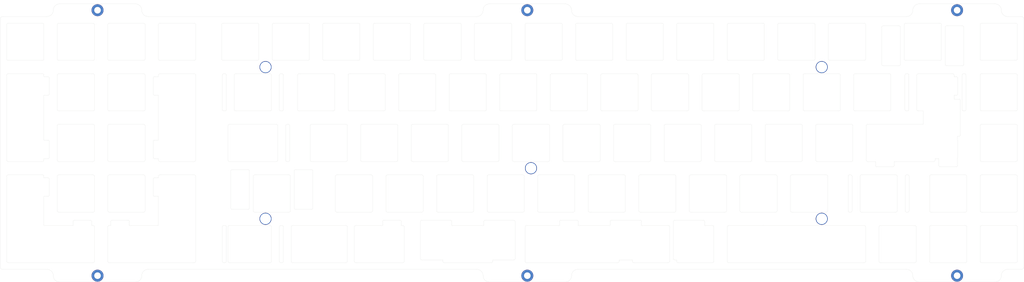
<source format=kicad_pcb>
(kicad_pcb (version 20211014) (generator pcbnew)
  (layers (0 "F.Cu" signal) (31 "B.Cu" signal) (34 "B.Paste" user) (35 "F.Paste" user) (36 "B.SilkS" user "B.Silkscreen") (37 "F.SilkS" user "F.Silkscreen") (38 "B.Mask" user) (39 "F.Mask" user) (44 "Edge.Cuts" user))
  (net 0 "")
  (footprint "random-keyboard-parts:M2 Mounting Hole" (layer "F.Cu") (at 325.32125 77.47)
    (fp_text reference "H4" hide)
    (fp_text value "MountingHole")
    (pad "1" thru_hole circle locked (at 0 0) (size 4.5 4.5) (drill 4) (layers *.Cu *.Mask))
  )
  (footprint "random-keyboard-parts:M2 Mounting Hole" (layer "F.Cu") (at 325.32125 20.319992)
    (fp_text reference "H1" hide)
    (fp_text value "MountingHole")
    (pad "1" thru_hole circle locked (at 0 0) (size 4.5 4.5) (drill 4) (layers *.Cu *.Mask))
  )
  (footprint "random-keyboard-parts:M2 Mounting Hole" (layer "F.Cu") (at 115.771314 77.47)
    (fp_text reference "H2" hide)
    (fp_text value "MountingHole")
    (pad "1" thru_hole circle locked (at 0 0) (size 4.5 4.5) (drill 4) (layers *.Cu *.Mask))
  )
  (footprint "random-keyboard-parts:M2 Mounting Hole" (layer "F.Cu") (at 115.771314 20.319992)
    (fp_text reference "H3" hide)
    (fp_text value "MountingHole")
    (pad "1" thru_hole circle locked (at 0 0) (size 4.5 4.5) (drill 4) (layers *.Cu *.Mask))
  )
  (footprint "random-keyboard-parts:M2 Mounting Hole" (layer "F.Cu") (at 215.78375 58.42)
    (fp_text reference "H5" hide)
    (fp_text value "MountingHole")
    (pad "1" thru_hole circle locked (at 0 0) (size 4.5 4.5) (drill 4) (layers *.Cu *.Mask))
  )
  (footprint "random-keyboard-parts:M2 Mounting Hole" (layer "F.Cu") (at 52.4775 98.901322)
    (fp_text reference "H5" hide)
    (fp_text value "MountingHole")
    (pad "1" thru_hole circle locked (at 0 0) (size 4.5 4.5) (drill 2.5) (layers *.Cu *.Mask))
  )
  (footprint "random-keyboard-parts:M2 Mounting Hole" (layer "F.Cu") (at 376.3275 -1.111178)
    (fp_text reference "H5" hide)
    (fp_text value "MountingHole")
    (pad "1" thru_hole circle locked (at 0 0) (size 4.5 4.5) (drill 2.5) (layers *.Cu *.Mask))
  )
  (footprint "Images:dotlen_14" (layer "F.Cu") (at 393.188041 77.423983)
    (fp_text reference "G1" hide)
    (fp_text value "dotlen" hide)
  )
  (footprint "random-keyboard-parts:M2 Mounting Hole" (layer "F.Cu") (at 376.3275 98.901322)
    (fp_text reference "H5" hide)
    (fp_text value "MountingHole")
    (pad "1" thru_hole circle locked (at 0 0) (size 4.5 4.5) (drill 2.5) (layers *.Cu *.Mask))
  )
  (footprint "random-keyboard-parts:M2 Mounting Hole" (layer "F.Cu") (at 214.4025 -1.111178)
    (fp_text reference "H5" hide)
    (fp_text value "MountingHole")
    (pad "1" thru_hole circle locked (at 0 0) (size 4.5 4.5) (drill 2.5) (layers *.Cu *.Mask))
  )
  (footprint "random-keyboard-parts:M2 Mounting Hole" (layer "F.Cu") (at 52.4775 -1.111178)
    (fp_text reference "H5" hide)
    (fp_text value "MountingHole")
    (pad "1" thru_hole circle locked (at 0 0) (size 4.5 4.5) (drill 2.5) (layers *.Cu *.Mask))
  )
  (footprint "random-keyboard-parts:M2 Mounting Hole" (layer "F.Cu") (at 214.4025 98.901322)
    (fp_text reference "H5" hide)
    (fp_text value "MountingHole")
    (pad "1" thru_hole circle locked (at 0 0) (size 4.5 4.5) (drill 2.5) (layers *.Cu *.Mask))
  )
  (gr_arc (start 379.946258 74.444992) (mid 379.799811 74.798545) (end 379.446258 74.944992) (layer "Edge.Cuts") (width 0.05))
  (gr_arc (start 271.196258 17.794992) (mid 270.842705 17.648545) (end 270.696258 17.294992) (layer "Edge.Cuts") (width 0.05))
  (gr_line (start 133.083758 41.894992) (end 146.083758 41.894992) (layer "Edge.Cuts") (width 0.05))
  (gr_arc (start 392.996258 98.901242) (mid 393.69371 97.217444) (end 395.377508 96.519992) (layer "Edge.Cuts") (width 0.05))
  (gr_line (start 18.283758 17.294992) (end 18.283758 4.294992) (layer "Edge.Cuts") (width 0.05))
  (gr_line (start 346.896258 93.494992) (end 346.896258 80.494992) (layer "Edge.Cuts") (width 0.05))
  (gr_line (start 236.571258 36.844992) (end 223.571258 36.844992) (layer "Edge.Cuts") (width 0.05))
  (gr_arc (start 161.658758 74.944992) (mid 161.305205 74.798545) (end 161.158758 74.444992) (layer "Edge.Cuts") (width 0.05))
  (gr_line (start 303.746258 17.294992) (end 303.746258 4.294992) (layer "Edge.Cuts") (width 0.05))
  (gr_arc (start 50.833758 60.944992) (mid 51.187311 61.091439) (end 51.333758 61.444992) (layer "Edge.Cuts") (width 0.05))
  (gr_line (start 208.496258 4.294992) (end 208.496258 17.294992) (layer "Edge.Cuts") (width 0.05))
  (gr_line (start 371.859258 19.294992) (end 371.859258 5.294992) (layer "Edge.Cuts") (width 0.05))
  (gr_arc (start 88.933758 60.944992) (mid 89.287311 61.091439) (end 89.433758 61.444992) (layer "Edge.Cuts") (width 0.05))
  (gr_arc (start 103.214508 73.944992) (mid 102.860955 73.798545) (end 102.714508 73.444992) (layer "Edge.Cuts") (width 0.05))
  (gr_arc (start 342.633758 55.894992) (mid 342.280205 55.748545) (end 342.133758 55.394992) (layer "Edge.Cuts") (width 0.05))
  (gr_arc (start 43.246758 78.494992) (mid 43.393205 78.141439) (end 43.746758 77.994992) (layer "Edge.Cuts") (width 0.05))
  (gr_arc (start 150.846258 3.794992) (mid 151.199811 3.941439) (end 151.346258 4.294992) (layer "Edge.Cuts") (width 0.05))
  (gr_line (start 218.308758 61.444992) (end 218.308758 74.444992) (layer "Edge.Cuts") (width 0.05))
  (gr_line (start 73.433758 48.307992) (end 73.433758 54.307992) (layer "Edge.Cuts") (width 0.05))
  (gr_line (start 75.433758 61.444992) (end 75.433758 62.031992) (layer "Edge.Cuts") (width 0.05))
  (gr_arc (start 184.183758 41.894992) (mid 184.537311 42.041439) (end 184.683758 42.394992) (layer "Edge.Cuts") (width 0.05))
  (gr_arc (start 398.496258 79.994992) (mid 398.849811 80.141439) (end 398.996258 80.494992) (layer "Edge.Cuts") (width 0.05))
  (gr_line (start 209.283758 41.894992) (end 222.283758 41.894992) (layer "Edge.Cuts") (width 0.05))
  (gr_arc (start 151.346258 17.294992) (mid 151.199811 17.648545) (end 150.846258 17.794992) (layer "Edge.Cuts") (width 0.05))
  (gr_line (start 57.470758 78.494992) (end 57.470758 79.994992) (layer "Edge.Cuts") (width 0.05))
  (gr_line (start 222.783758 42.394992) (end 222.783758 55.394992) (layer "Edge.Cuts") (width 0.05))
  (gr_arc (start 70.383758 74.444992) (mid 70.237311 74.798545) (end 69.883758 74.944992) (layer "Edge.Cuts") (width 0.05))
  (gr_line (start 56.383758 80.494992) (end 56.383758 93.494992) (layer "Edge.Cuts") (width 0.05))
  (gr_line (start 299.771258 36.844992) (end 312.771258 36.844992) (layer "Edge.Cuts") (width 0.05))
  (gr_arc (start 284.196258 79.994992) (mid 284.549811 80.141439) (end 284.696258 80.494992) (layer "Edge.Cuts") (width 0.05))
  (gr_arc (start 227.546258 17.294992) (mid 227.399811 17.648545) (end 227.046258 17.794992) (layer "Edge.Cuts") (width 0.05))
  (gr_line (start 165.633758 42.394992) (end 165.633758 55.394992) (layer "Edge.Cuts") (width 0.05))
  (gr_arc (start 265.146258 3.794992) (mid 265.499811 3.941439) (end 265.646258 4.294992) (layer "Edge.Cuts") (width 0.05))
  (gr_line (start 270.696258 92.994992) (end 269.965508 92.994992) (layer "Edge.Cuts") (width 0.05))
  (gr_arc (start 256.121258 36.344992) (mid 255.974811 36.698545) (end 255.621258 36.844992) (layer "Edge.Cuts") (width 0.05))
  (gr_arc (start 119.889258 41.894992) (mid 120.242811 42.041439) (end 120.389258 42.394992) (layer "Edge.Cuts") (width 0.05))
  (gr_arc (start 327.558758 74.444992) (mid 327.412311 74.798545) (end 327.058758 74.944992) (layer "Edge.Cuts") (width 0.05))
  (gr_arc (start 231.071258 98.901242) (mid 230.373806 100.58504) (end 228.690008 101.282492) (layer "Edge.Cuts") (width 0.05))
  (gr_line (start 118.008758 80.494992) (end 118.008758 93.494992) (layer "Edge.Cuts") (width 0.05))
  (gr_line (start 71.527508 96.519992) (end 195.352508 96.519992) (layer "Edge.Cuts") (width 0.05))
  (gr_line (start 99.508758 93.494992) (end 99.508758 80.494992) (layer "Edge.Cuts") (width 0.05))
  (gr_line (start 374.683758 22.844992) (end 361.683758 22.844992) (layer "Edge.Cuts") (width 0.05))
  (gr_line (start 313.558758 74.444992) (end 313.558758 61.444992) (layer "Edge.Cuts") (width 0.05))
  (gr_arc (start 113.246258 17.294992) (mid 113.099811 17.648545) (end 112.746258 17.794992) (layer "Edge.Cuts") (width 0.05))
  (gr_line (start 280.721258 22.844992) (end 293.721258 22.844992) (layer "Edge.Cuts") (width 0.05))
  (gr_line (start 204.521258 22.844992) (end 217.521258 22.844992) (layer "Edge.Cuts") (width 0.05))
  (gr_arc (start 361.183758 23.344992) (mid 361.330205 22.991439) (end 361.683758 22.844992) (layer "Edge.Cuts") (width 0.05))
  (gr_line (start 179.921258 36.344992) (end 179.921258 23.344992) (layer "Edge.Cuts") (width 0.05))
  (gr_arc (start 270.696258 4.294992) (mid 270.842705 3.941439) (end 271.196258 3.794992) (layer "Edge.Cuts") (width 0.05))
  (gr_arc (start 242.121258 23.344992) (mid 242.267705 22.991439) (end 242.621258 22.844992) (layer "Edge.Cuts") (width 0.05))
  (gr_arc (start 75.433758 4.294992) (mid 75.580205 3.941439) (end 75.933758 3.794992) (layer "Edge.Cuts") (width 0.05))
  (gr_arc (start 18.783758 17.794992) (mid 18.430205 17.648545) (end 18.283758 17.294992) (layer "Edge.Cuts") (width 0.05))
  (gr_arc (start 73.433758 48.307992) (mid 73.580205 47.954439) (end 73.933758 47.807992) (layer "Edge.Cuts") (width 0.05))
  (gr_line (start 375.183758 30.931992) (end 376.065008 30.931992) (layer "Edge.Cuts") (width 0.05))
  (gr_line (start 37.333758 36.344992) (end 37.333758 23.344992) (layer "Edge.Cuts") (width 0.05))
  (gr_arc (start 101.008758 36.344992) (mid 100.862311 36.698545) (end 100.508758 36.844992) (layer "Edge.Cuts") (width 0.05))
  (gr_line (start 37.833758 17.794992) (end 50.833758 17.794992) (layer "Edge.Cuts") (width 0.05))
  (gr_line (start 127.090508 58.944992) (end 133.090508 58.944992) (layer "Edge.Cuts") (width 0.05))
  (gr_line (start 111.152508 61.444992) (end 111.152508 74.444992) (layer "Edge.Cuts") (width 0.05))
  (gr_arc (start 101.008758 93.494992) (mid 100.862311 93.848545) (end 100.508758 93.994992) (layer "Edge.Cuts") (width 0.05))
  (gr_arc (start 395.377508 1.269992) (mid 393.69371 0.57254) (end 392.996258 -1.111258) (layer "Edge.Cuts") (width 0.05))
  (gr_arc (start 193.708758 60.944992) (mid 194.062311 61.091439) (end 194.208758 61.444992) (layer "Edge.Cuts") (width 0.05))
  (gr_arc (start 261.671258 36.844992) (mid 261.317705 36.698545) (end 261.171258 36.344992) (layer "Edge.Cuts") (width 0.05))
  (gr_arc (start 366.446258 93.994992) (mid 366.092705 93.848545) (end 365.946258 93.494992) (layer "Edge.Cuts") (width 0.05))
  (gr_arc (start 398.496258 41.894992) (mid 398.849811 42.041439) (end 398.996258 42.394992) (layer "Edge.Cuts") (width 0.05))
  (gr_arc (start 209.282603 77.994992) (mid 209.62631 78.159684) (end 209.790508 78.503628) (layer "Edge.Cuts") (width 0.05))
  (gr_arc (start 284.696258 17.294992) (mid 284.549811 17.648545) (end 284.196258 17.794992) (layer "Edge.Cuts") (width 0.05))
  (gr_arc (start 400.52125 1.269992) (mid 401.228571 1.562768) (end 401.521582 2.269992) (layer "Edge.Cuts") (width 0.05))
  (gr_arc (start 170.683758 42.394992) (mid 170.830205 42.041439) (end 171.183758 41.894992) (layer "Edge.Cuts") (width 0.05))
  (gr_arc (start 37.833758 55.894992) (mid 37.480205 55.748545) (end 37.333758 55.394992) (layer "Edge.Cuts") (width 0.05))
  (gr_arc (start 378.359258 4.794992) (mid 378.712811 4.941439) (end 378.859258 5.294992) (layer "Edge.Cuts") (width 0.05))
  (gr_line (start 56.883758 55.894992) (end 69.883758 55.894992) (layer "Edge.Cuts") (width 0.05))
  (gr_arc (start 304.533758 55.894992) (mid 304.180205 55.748545) (end 304.033758 55.394992) (layer "Edge.Cuts") (width 0.05))
  (gr_line (start 188.946258 17.794992) (end 175.946258 17.794992) (layer "Edge.Cuts") (width 0.05))
  (gr_arc (start 37.833758 74.944992) (mid 37.480205 74.798545) (end 37.333758 74.444992) (layer "Edge.Cuts") (width 0.05))
  (gr_arc (start 332.321258 36.344992) (mid 332.174811 36.698545) (end 331.821258 36.844992) (layer "Edge.Cuts") (width 0.05))
  (gr_arc (start 118.796258 17.794992) (mid 118.442705 17.648545) (end 118.296258 17.294992) (layer "Edge.Cuts") (width 0.05))
  (gr_line (start 353.252508 74.944992) (end 340.252508 74.944992) (layer "Edge.Cuts") (width 0.05))
  (gr_line (start 357.277508 1.269992) (end 233.452508 1.269992) (layer "Edge.Cuts") (width 0.05))
  (gr_line (start 142.608758 60.944992) (end 155.608758 60.944992) (layer "Edge.Cuts") (width 0.05))
  (gr_arc (start 377.565008 45.869992) (mid 377.418561 46.223545) (end 377.065008 46.369992) (layer "Edge.Cuts") (width 0.05))
  (gr_arc (start 57.470758 78.494992) (mid 57.617205 78.141439) (end 57.970758 77.994992) (layer "Edge.Cuts") (width 0.05))
  (gr_arc (start 298.983758 55.394992) (mid 298.837311 55.748545) (end 298.483758 55.894992) (layer "Edge.Cuts") (width 0.05))
  (gr_arc (start 374.683758 22.844992) (mid 375.037311 22.991439) (end 375.183758 23.344992) (layer "Edge.Cuts") (width 0.05))
  (gr_arc (start 142.108758 61.444992) (mid 142.255205 61.091439) (end 142.608758 60.944992) (layer "Edge.Cuts") (width 0.05))
  (gr_arc (start 369.921258 3.794992) (mid 370.274811 3.941439) (end 370.421258 4.294992) (layer "Edge.Cuts") (width 0.05))
  (gr_line (start 146.083758 55.894992) (end 133.083758 55.894992) (layer "Edge.Cuts") (width 0.05))
  (gr_arc (start 166.421258 36.844992) (mid 166.067705 36.698545) (end 165.921258 36.344992) (layer "Edge.Cuts") (width 0.05))
  (gr_line (start 335.252508 74.444992) (end 335.252508 61.444992) (layer "Edge.Cuts") (width 0.05))
  (gr_arc (start 335.252508 61.444992) (mid 335.398955 61.091439) (end 335.752508 60.944992) (layer "Edge.Cuts") (width 0.05))
  (gr_line (start 174.652008 77.994992) (end 185.414508 77.994992) (layer "Edge.Cuts") (width 0.05))
  (gr_line (start 101.627508 93.494992) (end 101.627508 80.494992) (layer "Edge.Cuts") (width 0.05))
  (gr_arc (start 288.958758 60.944992) (mid 289.312311 61.091439) (end 289.458758 61.444992) (layer "Edge.Cuts") (width 0.05))
  (gr_line (start 363.565008 41.894992) (end 342.633758 41.894992) (layer "Edge.Cuts") (width 0.05))
  (gr_line (start 376.478008 57.394992) (end 376.478008 54.589827) (layer "Edge.Cuts") (width 0.05))
  (gr_arc (start 280.690008 77.994992) (mid 281.043561 78.141439) (end 281.190008 78.494992) (layer "Edge.Cuts") (width 0.05))
  (gr_arc (start 248.977508 93.494992) (mid 248.831061 93.848545) (end 248.477508 93.994992) (layer "Edge.Cuts") (width 0.05))
  (gr_line (start 251.358758 61.444992) (end 251.358758 74.444992) (layer "Edge.Cuts") (width 0.05))
  (gr_line (start 37.833758 60.944992) (end 50.833758 60.944992) (layer "Edge.Cuts") (width 0.05))
  (gr_arc (start 165.633758 55.394992) (mid 165.487311 55.748545) (end 165.133758 55.894992) (layer "Edge.Cuts") (width 0.05))
  (gr_line (start 126.590508 73.444992) (end 126.590508 59.444992) (layer "Edge.Cuts") (width 0.05))
  (gr_arc (start 285.483758 55.894992) (mid 285.130205 55.748545) (end 284.983758 55.394992) (layer "Edge.Cuts") (width 0.05))
  (gr_arc (start 371.859258 5.294992) (mid 372.005705 4.941439) (end 372.359258 4.794992) (layer "Edge.Cuts") (width 0.05))
  (gr_arc (start 179.921258 36.344992) (mid 179.774811 36.698545) (end 179.421258 36.844992) (layer "Edge.Cuts") (width 0.05))
  (gr_arc (start 256.908758 74.944992) (mid 256.555205 74.798545) (end 256.408758 74.444992) (layer "Edge.Cuts") (width 0.05))
  (gr_arc (start 38.190008 101.282492) (mid 36.50621 100.58504) (end 35.808758 98.901242) (layer "Edge.Cuts") (width 0.05))
  (gr_line (start 232.596258 17.294992) (end 232.596258 4.294992) (layer "Edge.Cuts") (width 0.05))
  (gr_arc (start 37.833758 36.844992) (mid 37.480205 36.698545) (end 37.333758 36.344992) (layer "Edge.Cuts") (width 0.05))
  (gr_arc (start 124.652508 60.944992) (mid 125.006061 61.091439) (end 125.152508 61.444992) (layer "Edge.Cuts") (width 0.05))
  (gr_arc (start 365.946258 61.444992) (mid 366.092705 61.091439) (end 366.446258 60.944992) (layer "Edge.Cuts") (width 0.05))
  (gr_line (start 337.871258 36.844992) (end 350.871258 36.844992) (layer "Edge.Cuts") (width 0.05))
  (gr_line (start 274.671258 36.844992) (end 261.671258 36.844992) (layer "Edge.Cuts") (width 0.05))
  (gr_arc (start 69.883758 60.944992) (mid 70.237311 61.091439) (end 70.383758 61.444992) (layer "Edge.Cuts") (width 0.05))
  (gr_arc (start 241.333758 41.894992) (mid 241.687311 42.041439) (end 241.833758 42.394992) (layer "Edge.Cuts") (width 0.05))
  (gr_arc (start 203.233758 41.894992) (mid 203.587311 42.041439) (end 203.733758 42.394992) (layer "Edge.Cuts") (width 0.05))
  (gr_line (start 118.296258 17.294992) (end 118.296258 4.294992) (layer "Edge.Cuts") (width 0.05))
  (gr_arc (start 294.508758 61.444992) (mid 294.655205 61.091439) (end 295.008758 60.944992) (layer "Edge.Cuts") (width 0.05))
  (gr_arc (start 127.821258 23.344992) (mid 127.967705 22.991439) (end 128.321258 22.844992) (layer "Edge.Cuts") (width 0.05))
  (gr_line (start 299.271258 23.344992) (end 299.271258 36.344992) (layer "Edge.Cuts") (width 0.05))
  (gr_line (start 384.996258 55.394992) (end 384.996258 42.394992) (layer "Edge.Cuts") (width 0.05))
  (gr_arc (start 34.283758 54.307992) (mid 34.137311 54.661545) (end 33.783758 54.807992) (layer "Edge.Cuts") (width 0.05))
  (gr_line (start 341.846258 4.294992) (end 341.846258 17.294992) (layer "Edge.Cuts") (width 0.05))
  (gr_line (start 194.996258 3.794992) (end 207.996258 3.794992) (layer "Edge.Cuts") (width 0.05))
  (gr_line (start 119.889258 55.894992) (end 102.126758 55.894992) (layer "Edge.Cuts") (width 0.05))
  (gr_arc (start 121.008758 23.344992) (mid 121.155205 22.991439) (end 121.508758 22.844992) (layer "Edge.Cuts") (width 0.05))
  (gr_line (start 354.983258 5.294992) (end 354.983258 19.294992) (layer "Edge.Cuts") (width 0.05))
  (gr_line (start 189.733758 55.394992) (end 189.733758 42.394992) (layer "Edge.Cuts") (width 0.05))
  (gr_arc (start 88.933758 3.794992) (mid 89.287311 3.941439) (end 89.433758 4.294992) (layer "Edge.Cuts") (width 0.05))
  (gr_arc (start 342.133758 42.394992) (mid 342.280205 42.041439) (end 342.633758 41.894992) (layer "Edge.Cuts") (width 0.05))
  (gr_arc (start 155.608758 60.944992) (mid 155.962311 61.091439) (end 156.108758 61.444992) (layer "Edge.Cuts") (width 0.05))
  (gr_line (start 327.846258 17.294992) (end 327.846258 4.294992) (layer "Edge.Cuts") (width 0.05))
  (gr_arc (start 161.158758 61.444992) (mid 161.305205 61.091439) (end 161.658758 60.944992) (layer "Edge.Cuts") (width 0.05))
  (gr_arc (start 322.296258 3.794992) (mid 322.649811 3.941439) (end 322.796258 4.294992) (layer "Edge.Cuts") (width 0.05))
  (gr_line (start 398.496258 55.894992) (end 385.496258 55.894992) (layer "Edge.Cuts") (width 0.05))
  (gr_line (start 50.833758 55.894992) (end 37.833758 55.894992) (layer "Edge.Cuts") (width 0.05))
  (gr_arc (start 204.521258 36.844992) (mid 204.167705 36.698545) (end 204.021258 36.344992) (layer "Edge.Cuts") (width 0.05))
  (gr_line (start 179.421258 22.844992) (end 166.421258 22.844992) (layer "Edge.Cuts") (width 0.05))
  (gr_arc (start 390.615008 -3.492508) (mid 392.298806 -2.795056) (end 392.996258 -1.111258) (layer "Edge.Cuts") (width 0.05))
  (gr_line (start 298.983758 42.394992) (end 298.983758 55.394992) (layer "Edge.Cuts") (width 0.05))
  (gr_arc (start 398.996258 93.494992) (mid 398.849811 93.848545) (end 398.496258 93.994992) (layer "Edge.Cuts") (width 0.05))
  (gr_arc (start 227.046258 3.794992) (mid 227.399811 3.941439) (end 227.546258 4.294992) (layer "Edge.Cuts") (width 0.05))
  (gr_line (start 361.683758 36.844992) (end 363.565008 36.844992) (layer "Edge.Cuts") (width 0.05))
  (gr_arc (start 347.396258 93.994992) (mid 347.042705 93.848545) (end 346.896258 93.494992) (layer "Edge.Cuts") (width 0.05))
  (gr_arc (start 35.808758 -1.111258) (mid 35.111306 0.57254) (end 33.427508 1.269992) (layer "Edge.Cuts") (width 0.05))
  (gr_arc (start 356.921258 17.794992) (mid 356.567705 17.648545) (end 356.421258 17.294992) (layer "Edge.Cuts") (width 0.05))
  (gr_arc (start 348.483258 19.794992) (mid 348.129705 19.648545) (end 347.983258 19.294992) (layer "Edge.Cuts") (width 0.05))
  (gr_line (start 356.921258 3.794992) (end 369.921258 3.794992) (layer "Edge.Cuts") (width 0.05))
  (gr_arc (start 69.883758 22.844992) (mid 70.237311 22.991439) (end 70.383758 23.344992) (layer "Edge.Cuts") (width 0.05))
  (gr_arc (start 89.433758 93.494992) (mid 89.287311 93.848545) (end 88.933758 93.994992) (layer "Edge.Cuts") (width 0.05))
  (gr_line (start 385.496258 79.994992) (end 398.496258 79.994992) (layer "Edge.Cuts") (width 0.05))
  (gr_line (start 384.996258 93.494992) (end 384.996258 80.494992) (layer "Edge.Cuts") (width 0.05))
  (gr_line (start 182.590008 93.494992) (end 182.590008 92.994992) (layer "Edge.Cuts") (width 0.05))
  (gr_line (start 365.946258 93.494992) (end 365.946258 80.494992) (layer "Edge.Cuts") (width 0.05))
  (gr_line (start 237.358758 74.444992) (end 237.358758 61.444992) (layer "Edge.Cuts") (width 0.05))
  (gr_arc (start 269.908758 60.944992) (mid 270.262311 61.091439) (end 270.408758 61.444992) (layer "Edge.Cuts") (width 0.05))
  (gr_line (start 290.246258 79.994992) (end 303.246258 79.994992) (layer "Edge.Cuts") (width 0.05))
  (gr_line (start 233.539508 79.994992) (end 233.539508 78.494992) (layer "Edge.Cuts") (width 0.05))
  (gr_line (start 284.196258 17.794992) (end 271.196258 17.794992) (layer "Edge.Cuts") (width 0.05))
  (gr_arc (start 353.252508 60.944992) (mid 353.606061 61.091439) (end 353.752508 61.444992) (layer "Edge.Cuts") (width 0.05))
  (gr_line (start 193.708758 74.944992) (end 180.708758 74.944992) (layer "Edge.Cuts") (width 0.05))
  (gr_arc (start 376.478008 57.394992) (mid 376.331561 57.748545) (end 375.978008 57.894992) (layer "Edge.Cuts") (width 0.05))
  (gr_line (start 56.383758 42.394992) (end 56.383758 55.394992) (layer "Edge.Cuts") (width 0.05))
  (gr_line (start 75.933758 55.894992) (end 88.933758 55.894992) (layer "Edge.Cuts") (width 0.05))
  (gr_line (start 33.783758 54.807992) (end 32.283758 54.807992) (layer "Edge.Cuts") (width 0.05))
  (gr_line (start 32.283758 23.931992) (end 33.783758 23.931992) (layer "Edge.Cuts") (width 0.05))
  (gr_arc (start 18.283758 61.444992) (mid 18.430205 61.091439) (end 18.783758 60.944992) (layer "Edge.Cuts") (width 0.05))
  (gr_line (start 75.433758 62.031992) (end 73.933758 62.031992) (layer "Edge.Cuts") (width 0.05))
  (gr_line (start 124.389258 41.894992) (end 123.889258 41.894992) (layer "Edge.Cuts") (width 0.05))
  (gr_line (start 51.333758 17.294992) (end 51.333758 4.294992) (layer "Edge.Cuts") (width 0.05))
  (gr_line (start 281.190008 79.994992) (end 284.196258 79.994992) (layer "Edge.Cuts") (width 0.05))
  (gr_line (start 38.190008 -3.492508) (end 66.765008 -3.492508) (layer "Edge.Cuts") (width 0.05))
  (gr_arc (start 151.633758 42.394992) (mid 151.780205 42.041439) (end 152.133758 41.894992) (layer "Edge.Cuts") (width 0.05))
  (gr_line (start 150.846258 3.794992) (end 137.846258 3.794992) (layer "Edge.Cuts") (width 0.05))
  (gr_arc (start 289.746258 80.494992) (mid 289.892705 80.141439) (end 290.246258 79.994992) (layer "Edge.Cuts") (width 0.05))
  (gr_arc (start 34.283758 68.531992) (mid 34.137311 68.885545) (end 33.783758 69.031992) (layer "Edge.Cuts") (width 0.05))
  (gr_line (start 401.521582 95.52) (end 401.521582 2.269992) (layer "Edge.Cuts") (width 0.05))
  (gr_arc (start 365.946258 80.494992) (mid 366.092705 80.141439) (end 366.446258 79.994992) (layer "Edge.Cuts") (width 0.05))
  (gr_line (start 37.833758 41.894992) (end 50.833758 41.894992) (layer "Edge.Cuts") (width 0.05))
  (gr_arc (start 313.558758 61.444992) (mid 313.705205 61.091439) (end 314.058758 60.944992) (layer "Edge.Cuts") (width 0.05))
  (gr_arc (start 379.446258 60.944992) (mid 379.799811 61.091439) (end 379.946258 61.444992) (layer "Edge.Cuts") (width 0.05))
  (gr_arc (start 33.783758 62.031992) (mid 34.137311 62.178439) (end 34.283758 62.531992) (layer "Edge.Cuts") (width 0.05))
  (gr_arc (start 370.421258 17.294992) (mid 370.274811 17.648545) (end 369.921258 17.794992) (layer "Edge.Cuts") (width 0.05))
  (gr_arc (start 269.965508 92.994992) (mid 269.596931 92.832854) (end 269.467395 92.451595) (layer "Edge.Cuts") (width 0.05))
  (gr_line (start 318.033758 42.394992) (end 318.033758 55.394992) (layer "Edge.Cuts") (width 0.05))
  (gr_line (start 336.583758 55.894992) (end 323.583758 55.894992) (layer "Edge.Cuts") (width 0.05))
  (gr_arc (start 75.433758 23.344992) (mid 75.580205 22.991439) (end 75.933758 22.844992) (layer "Edge.Cuts") (width 0.05))
  (gr_line (start 75.433758 69.031992) (end 75.433758 79.994992) (layer "Edge.Cuts") (width 0.05))
  (gr_line (start 342.633758 55.894992) (end 345.602008 55.894992) (layer "Edge.Cuts") (width 0.05))
  (gr_line (start 212.758758 74.944992) (end 199.758758 74.944992) (layer "Edge.Cuts") (width 0.05))
  (gr_arc (start 56.883758 74.944992) (mid 56.530205 74.798545) (end 56.383758 74.444992) (layer "Edge.Cuts") (width 0.05))
  (gr_arc (start 231.071258 98.901242) (mid 231.76871 97.217444) (end 233.452508 96.519992) (layer "Edge.Cuts") (width 0.05))
  (gr_arc (start 299.771258 36.844992) (mid 299.417705 36.698545) (end 299.271258 36.344992) (layer "Edge.Cuts") (width 0.05))
  (gr_line (start 18.283758 55.394992) (end 18.283758 23.344992) (layer "Edge.Cuts") (width 0.05))
  (gr_arc (start 218.308758 61.444992) (mid 218.455205 61.091439) (end 218.808758 60.944992) (layer "Edge.Cuts") (width 0.05))
  (gr_arc (start 217.521258 22.844992) (mid 217.874811 22.991439) (end 218.021258 23.344992) (layer "Edge.Cuts") (width 0.05))
  (gr_line (start 281.190008 78.494992) (end 281.190008 79.994992) (layer "Edge.Cuts") (width 0.05))
  (gr_line (start 242.621258 36.844992) (end 255.621258 36.844992) (layer "Edge.Cuts") (width 0.05))
  (gr_arc (start 398.996258 74.444992) (mid 398.849811 74.798545) (end 398.496258 74.944992) (layer "Edge.Cuts") (width 0.05))
  (gr_arc (start 32.283758 17.294992) (mid 32.137311 17.648545) (end 31.783758 17.794992) (layer "Edge.Cuts") (width 0.05))
  (gr_arc (start 337.083758 55.394992) (mid 336.937311 55.748545) (end 336.583758 55.894992) (layer "Edge.Cuts") (width 0.05))
  (gr_line (start 323.583758 41.894992) (end 336.583758 41.894992) (layer "Edge.Cuts") (width 0.05))
  (gr_arc (start 392.996258 98.901242) (mid 392.298806 100.58504) (end 390.615008 101.282492) (layer "Edge.Cuts") (width 0.05))
  (gr_arc (start 56.383758 61.444992) (mid 56.530205 61.091439) (end 56.883758 60.944992) (layer "Edge.Cuts") (width 0.05))
  (gr_arc (start 190.233758 55.894992) (mid 189.880205 55.748545) (end 189.733758 55.394992) (layer "Edge.Cuts") (width 0.05))
  (gr_line (start 270.696258 17.294992) (end 270.696258 4.294992) (layer "Edge.Cuts") (width 0.05))
  (gr_arc (start 313.271258 36.344992) (mid 313.124811 36.698545) (end 312.771258 36.844992) (layer "Edge.Cuts") (width 0.05))
  (gr_arc (start 384.996258 42.394992) (mid 385.142705 42.041439) (end 385.496258 41.894992) (layer "Edge.Cuts") (width 0.05))
  (gr_line (start 213.546258 17.294992) (end 213.546258 4.294992) (layer "Edge.Cuts") (width 0.05))
  (gr_arc (start 261.171258 23.344992) (mid 261.317705 22.991439) (end 261.671258 22.844992) (layer "Edge.Cuts") (width 0.05))
  (gr_arc (start 174.652008 92.994992) (mid 174.298455 92.848545) (end 174.152008 92.494992) (layer "Edge.Cuts") (width 0.05))
  (gr_line (start 360.396258 93.994992) (end 347.396258 93.994992) (layer "Edge.Cuts") (width 0.05))
  (gr_line (start 121.508758 79.994992) (end 122.008758 79.994992) (layer "Edge.Cuts") (width 0.05))
  (gr_arc (start 133.090508 58.944992) (mid 133.444061 59.091439) (end 133.590508 59.444992) (layer "Edge.Cuts") (width 0.05))
  (gr_line (start 32.283758 61.444992) (end 32.283758 62.031992) (layer "Edge.Cuts") (width 0.05))
  (gr_line (start 194.496258 17.294992) (end 194.496258 4.294992) (layer "Edge.Cuts") (width 0.05))
  (gr_line (start 180.708758 60.944992) (end 193.708758 60.944992) (layer "Edge.Cuts") (width 0.05))
  (gr_line (start 99.246258 4.294992) (end 99.246258 17.294992) (layer "Edge.Cuts") (width 0.05))
  (gr_line (start 165.921258 23.344992) (end 165.921258 36.344992) (layer "Edge.Cuts") (width 0.05))
  (gr_line (start 366.446258 79.994992) (end 379.446258 79.994992) (layer "Edge.Cuts") (width 0.05))
  (gr_arc (start 188.946258 3.794992) (mid 189.299811 3.941439) (end 189.446258 4.294992) (layer "Edge.Cuts") (width 0.05))
  (gr_arc (start 341.346258 79.994992) (mid 341.699811 80.141439) (end 341.846258 80.494992) (layer "Edge.Cuts") (width 0.05))
  (gr_line (start 331.821258 36.844992) (end 318.821258 36.844992) (layer "Edge.Cuts") (width 0.05))
  (gr_arc (start 15.758758 2.269992) (mid 16.051651 1.562885) (end 16.758758 1.269992) (layer "Edge.Cuts") (width 0.05))
  (gr_arc (start 165.921258 23.344992) (mid 166.067705 22.991439) (end 166.421258 22.844992) (layer "Edge.Cuts") (width 0.05))
  (gr_line (start 99.508758 36.344992) (end 99.508758 23.344992) (layer "Edge.Cuts") (width 0.05))
  (gr_line (start 209.290508 92.994992) (end 201.352508 92.994992) (layer "Edge.Cuts") (width 0.05))
  (gr_line (start 255.621258 22.844992) (end 242.621258 22.844992) (layer "Edge.Cuts") (width 0.05))
  (gr_line (start 131.796258 17.794992) (end 118.796258 17.794992) (layer "Edge.Cuts") (width 0.05))
  (gr_arc (start 275.171258 36.344992) (mid 275.024811 36.698545) (end 274.671258 36.844992) (layer "Edge.Cuts") (width 0.05))
  (gr_line (start 34.283758 62.531992) (end 34.283758 68.531992) (layer "Edge.Cuts") (width 0.05))
  (gr_line (start 43.246758 79.996788) (end 43.246758 78.494992) (layer "Edge.Cuts") (width 0.05))
  (gr_line (start 56.383758 74.444992) (end 56.383758 61.444992) (layer "Edge.Cuts") (width 0.05))
  (gr_arc (start 133.590508 73.444992) (mid 133.444061 73.798545) (end 133.090508 73.944992) (layer "Edge.Cuts") (width 0.05))
  (gr_arc (start 56.883758 93.994992) (mid 56.530205 93.848545) (end 56.383758 93.494992) (layer "Edge.Cuts") (width 0.05))
  (gr_arc (start 358.252508 74.444992) (mid 358.106061 74.798545) (end 357.752508 74.944992) (layer "Edge.Cuts") (width 0.05))
  (gr_arc (start 284.196258 3.794992) (mid 284.549811 3.941439) (end 284.696258 4.294992) (layer "Edge.Cuts") (width 0.05))
  (gr_line (start 290.246258 17.794992) (end 303.246258 17.794992) (layer "Edge.Cuts") (width 0.05))
  (gr_line (start 254.527508 93.994992) (end 267.527508 93.994992) (layer "Edge.Cuts") (width 0.05))
  (gr_line (start 294.508758 61.444992) (end 294.508758 74.444992) (layer "Edge.Cuts") (width 0.05))
  (gr_line (start 50.833758 74.944992) (end 37.833758 74.944992) (layer "Edge.Cuts") (width 0.05))
  (gr_line (start 337.371258 23.344992) (end 337.371258 36.344992) (layer "Edge.Cuts") (width 0.05))
  (gr_line (start 228.690008 101.282492) (end 200.115008 101.282492) (layer "Edge.Cuts") (width 0.05))
  (gr_arc (start 194.496258 4.294992) (mid 194.642705 3.941439) (end 194.996258 3.794992) (layer "Edge.Cuts") (width 0.05))
  (gr_line (start 398.496258 17.794992) (end 385.496258 17.794992) (layer "Edge.Cuts") (width 0.05))
  (gr_arc (start 368.040008 55.394992) (mid 367.893561 55.748545) (end 367.540008 55.894992) (layer "Edge.Cuts") (width 0.05))
  (gr_arc (start 70.383758 55.394992) (mid 70.237311 55.748545) (end 69.883758 55.894992) (layer "Edge.Cuts") (width 0.05))
  (gr_arc (start 378.683758 36.844992) (mid 378.330205 36.698545) (end 378.183758 36.344992) (layer "Edge.Cuts") (width 0.05))
  (gr_line (start 99.746258 17.794992) (end 112.746258 17.794992) (layer "Edge.Cuts") (width 0.05))
  (gr_arc (start 223.571258 36.844992) (mid 223.217705 36.698545) (end 223.071258 36.344992) (layer "Edge.Cuts") (width 0.05))
  (gr_line (start 149.252508 93.494992) (end 149.252508 80.494992) (layer "Edge.Cuts") (width 0.05))
  (gr_line (start 379.946258 80.494992) (end 379.946258 93.494992) (layer "Edge.Cuts") (width 0.05))
  (gr_arc (start 312.771258 22.844992) (mid 313.124811 22.991439) (end 313.271258 23.344992) (layer "Edge.Cuts") (width 0.05))
  (gr_line (start 146.583758 93.494992) (end 146.583758 80.494992) (layer "Edge.Cuts") (width 0.05))
  (gr_arc (start 121.508758 93.994992) (mid 121.155205 93.848545) (end 121.008758 93.494992) (layer "Edge.Cuts") (width 0.05))
  (gr_arc (start 169.896258 3.794992) (mid 170.249811 3.941439) (end 170.396258 4.294992) (layer "Edge.Cuts") (width 0.05))
  (gr_arc (start 246.883758 42.394992) (mid 247.030205 42.041439) (end 247.383758 41.894992) (layer "Edge.Cuts") (width 0.05))
  (gr_line (start 32.283758 54.807992) (end 32.283758 55.394992) (layer "Edge.Cuts") (width 0.05))
  (gr_arc (start 125.940008 93.994992) (mid 125.586455 93.848545) (end 125.440008 93.494992) (layer "Edge.Cuts") (width 0.05))
  (gr_line (start 18.783758 22.844992) (end 31.783758 22.844992) (layer "Edge.Cuts") (width 0.05))
  (gr_line (start 121.008758 93.494992) (end 121.008758 80.494992) (layer "Edge.Cuts") (width 0.05))
  (gr_line (start 385.496258 60.944992) (end 398.496258 60.944992) (layer "Edge.Cuts") (width 0.05))
  (gr_arc (start 147.371258 36.844992) (mid 147.017705 36.698545) (end 146.871258 36.344992) (layer "Edge.Cuts") (width 0.05))
  (gr_line (start 104.008758 23.344992) (end 104.008758 36.344992) (layer "Edge.Cuts") (width 0.05))
  (gr_arc (start 379.946258 93.494992) (mid 379.799811 93.848545) (end 379.446258 93.994992) (layer "Edge.Cuts") (width 0.05))
  (gr_arc (start 352.602008 57.394992) (mid 352.455561 57.748545) (end 352.102008 57.894992) (layer "Edge.Cuts") (width 0.05))
  (gr_arc (start 37.333758 4.294992) (mid 37.480205 3.941439) (end 37.833758 3.794992) (layer "Edge.Cuts") (width 0.05))
  (gr_arc (start 218.808758 74.944992) (mid 218.455205 74.798545) (end 218.308758 74.444992) (layer "Edge.Cuts") (width 0.05))
  (gr_line (start 372.359258 4.794992) (end 378.359258 4.794992) (layer "Edge.Cuts") (width 0.05))
  (gr_line (start 261.671258 22.844992) (end 274.671258 22.844992) (layer "Edge.Cuts") (width 0.05))
  (gr_arc (start 275.958758 74.944992) (mid 275.605205 74.798545) (end 275.458758 74.444992) (layer "Edge.Cuts") (width 0.05))
  (gr_line (start 398.996258 61.444992) (end 398.996258 74.444992) (layer "Edge.Cuts") (width 0.05))
  (gr_line (start 322.296258 17.794992) (end 309.296258 17.794992) (layer "Edge.Cuts") (width 0.05))
  (gr_arc (start 379.183758 22.844992) (mid 379.537311 22.991439) (end 379.683758 23.344992) (layer "Edge.Cuts") (width 0.05))
  (gr_line (start 174.658758 74.944992) (end 161.658758 74.944992) (layer "Edge.Cuts") (width 0.05))
  (gr_line (start 336.752508 61.444992) (end 336.752508 74.444992) (layer "Edge.Cuts") (width 0.05))
  (gr_arc (start 236.571258 22.844992) (mid 236.924811 22.991439) (end 237.071258 23.344992) (layer "Edge.Cuts") (width 0.05))
  (gr_arc (start 222.783758 55.394992) (mid 222.637311 55.748545) (end 222.283758 55.894992) (layer "Edge.Cuts") (width 0.05))
  (gr_arc (start 174.152008 78.494992) (mid 174.298455 78.141439) (end 174.652008 77.994992) (layer "Edge.Cuts") (width 0.05))
  (gr_line (start 352.602008 57.394992) (end 352.602008 55.894992) (layer "Edge.Cuts") (width 0.05))
  (gr_line (start 160.371258 36.844992) (end 147.371258 36.844992) (layer "Edge.Cuts") (width 0.05))
  (gr_line (start 199.258758 74.444992) (end 199.258758 61.444992) (layer "Edge.Cuts") (width 0.05))
  (gr_line (start 337.083758 42.394992) (end 337.083758 55.394992) (layer "Edge.Cuts") (width 0.05))
  (gr_line (start 56.883758 22.844992) (end 69.883758 22.844992) (layer "Edge.Cuts") (width 0.05))
  (gr_line (start 33.783758 69.031992) (end 32.283758 69.031992) (layer "Edge.Cuts") (width 0.05))
  (gr_arc (start 102.126758 55.894992) (mid 101.773205 55.748545) (end 101.626758 55.394992) (layer "Edge.Cuts") (width 0.05))
  (gr_line (start 198.471258 36.844992) (end 185.471258 36.844992) (layer "Edge.Cuts") (width 0.05))
  (gr_line (start 142.108758 74.444992) (end 142.108758 61.444992) (layer "Edge.Cuts") (width 0.05))
  (gr_line (start 223.071258 36.344992) (end 223.071258 23.344992) (layer "Edge.Cuts") (width 0.05))
  (gr_arc (start 122.008758 79.994992) (mid 122.362311 80.141439) (end 122.508758 80.494992) (layer "Edge.Cuts") (width 0.05))
  (gr_arc (start 69.146258 98.901242) (mid 68.448806 100.58504) (end 66.765008 101.282492) (layer "Edge.Cuts") (width 0.05))
  (gr_line (start 127.821258 36.344992) (end 127.821258 23.344992) (layer "Edge.Cuts") (width 0.05))
  (gr_line (start 280.221258 36.344992) (end 280.221258 23.344992) (layer "Edge.Cuts") (width 0.05))
  (gr_arc (start 194.996258 17.794992) (mid 194.642705 17.648545) (end 194.496258 17.294992) (layer "Edge.Cuts") (width 0.05))
  (gr_line (start 363.565008 36.844992) (end 363.565008 41.894992) (layer "Edge.Cuts") (width 0.05))
  (gr_line (start 124.889258 55.394992) (end 124.889258 42.394992) (layer "Edge.Cuts") (width 0.05))
  (gr_line (start 361.183758 23.344992) (end 361.183758 36.344992) (layer "Edge.Cuts") (width 0.05))
  (gr_arc (start 183.090008 93.994992) (mid 182.736455 93.848545) (end 182.590008 93.494992) (layer "Edge.Cuts") (width 0.05))
  (gr_line (start 32.283758 30.931992) (end 32.283758 47.807992) (layer "Edge.Cuts") (width 0.05))
  (gr_arc (start 237.358758 61.444992) (mid 237.505205 61.091439) (end 237.858758 60.944992) (layer "Edge.Cuts") (width 0.05))
  (gr_line (start 347.983258 19.294992) (end 347.983258 5.294992) (layer "Edge.Cuts") (width 0.05))
  (gr_line (start 146.583758 42.394992) (end 146.583758 55.394992) (layer "Edge.Cuts") (width 0.05))
  (gr_line (start 269.965508 77.994992) (end 280.690008 77.994992) (layer "Edge.Cuts") (width 0.05))
  (gr_line (start 31.783758 55.894992) (end 18.783758 55.894992) (layer "Edge.Cuts") (width 0.05))
  (gr_arc (start 353.752508 74.444992) (mid 353.606061 74.798545) (end 353.252508 74.944992) (layer "Edge.Cuts") (width 0.05))
  (gr_arc (start 170.396258 17.294992) (mid 170.249811 17.648545) (end 169.896258 17.794992) (layer "Edge.Cuts") (width 0.05))
  (gr_line (start 88.933758 22.844992) (end 75.933758 22.844992) (layer "Edge.Cuts") (width 0.05))
  (gr_line (start 75.433758 23.931992) (end 73.933758 23.931992) (layer "Edge.Cuts") (width 0.05))
  (gr_arc (start 194.208758 74.444992) (mid 194.062311 74.798545) (end 193.708758 74.944992) (layer "Edge.Cuts") (width 0.05))
  (gr_arc (start 299.271258 23.344992) (mid 299.417705 22.991439) (end 299.771258 22.844992) (layer "Edge.Cuts") (width 0.05))
  (gr_line (start 122.008758 93.994992) (end 121.508758 93.994992) (layer "Edge.Cuts") (width 0.05))
  (gr_arc (start 361.683758 36.844992) (mid 361.330205 36.698545) (end 361.183758 36.344992) (layer "Edge.Cuts") (width 0.05))
  (gr_arc (start 295.008758 74.944992) (mid 294.655205 74.798545) (end 294.508758 74.444992) (layer "Edge.Cuts") (width 0.05))
  (gr_line (start 289.458758 61.444992) (end 289.458758 74.444992) (layer "Edge.Cuts") (width 0.05))
  (gr_line (start 175.158758 61.444992) (end 175.158758 74.444992) (layer "Edge.Cuts") (width 0.05))
  (gr_line (start 270.408758 61.444992) (end 270.408758 74.444992) (layer "Edge.Cuts") (width 0.05))
  (gr_line (start 398.996258 23.344992) (end 398.996258 36.344992) (layer "Edge.Cuts") (width 0.05))
  (gr_line (start 365.946258 74.444992) (end 365.946258 61.444992) (layer "Edge.Cuts") (width 0.05))
  (gr_arc (start 359.658758 -1.111258) (mid 358.961306 0.57254) (end 357.277508 1.269992) (layer "Edge.Cuts") (width 0.05))
  (gr_arc (start 141.821258 36.344992) (mid 141.674811 36.698545) (end 141.321258 36.844992) (layer "Edge.Cuts") (width 0.05))
  (gr_line (start 268.027508 93.494992) (end 268.027508 80.494992) (layer "Edge.Cuts") (width 0.05))
  (gr_arc (start 350.871258 22.844992) (mid 351.224811 22.991439) (end 351.371258 23.344992) (layer "Edge.Cuts") (width 0.05))
  (gr_arc (start 274.671258 22.844992) (mid 275.024811 22.991439) (end 275.171258 23.344992) (layer "Edge.Cuts") (width 0.05))
  (gr_line (start 180.208758 74.444992) (end 180.208758 61.444992) (layer "Edge.Cuts") (width 0.05))
  (gr_arc (start 109.214508 58.944992) (mid 109.568061 59.091439) (end 109.714508 59.444992) (layer "Edge.Cuts") (width 0.05))
  (gr_arc (start 254.527508 93.994992) (mid 254.173955 93.848545) (end 254.027508 93.494992) (layer "Edge.Cuts") (width 0.05))
  (gr_line (start 304.533758 41.894992) (end 317.533758 41.894992) (layer "Edge.Cuts") (width 0.05))
  (gr_arc (start 347.983258 5.294992) (mid 348.129705 4.941439) (end 348.483258 4.794992) (layer "Edge.Cuts") (width 0.05))
  (gr_arc (start 99.746258 17.794992) (mid 99.392705 17.648545) (end 99.246258 17.294992) (layer "Edge.Cuts") (width 0.05))
  (gr_arc (start 385.496258 36.844992) (mid 385.142705 36.698545) (end 384.996258 36.344992) (layer "Edge.Cuts") (width 0.05))
  (gr_arc (start 317.533758 41.894992) (mid 317.887311 42.041439) (end 318.033758 42.394992) (layer "Edge.Cuts") (width 0.05))
  (gr_arc (start 222.283758 41.894992) (mid 222.637311 42.041439) (end 222.783758 42.394992) (layer "Edge.Cuts") (width 0.05))
  (gr_arc (start 73.433758 62.531992) (mid 73.580205 62.178439) (end 73.933758 62.031992) (layer "Edge.Cuts") (width 0.05))
  (gr_line (start 37.833758 22.844992) (end 50.833758 22.844992) (layer "Edge.Cuts") (width 0.05))
  (gr_arc (start 174.658758 60.944992) (mid 175.012311 61.091439) (end 175.158758 61.444992) (layer "Edge.Cuts") (width 0.05))
  (gr_line (start 322.796258 4.294992) (end 322.796258 17.294992) (layer "Edge.Cuts") (width 0.05))
  (gr_line (start 218.808758 74.944992) (end 231.808758 74.944992) (layer "Edge.Cuts") (width 0.05))
  (gr_arc (start 198.471258 22.844992) (mid 198.824811 22.991439) (end 198.971258 23.344992) (layer "Edge.Cuts") (width 0.05))
  (gr_line (start 214.046258 93.994992) (end 248.477508 93.994992) (layer "Edge.Cuts") (width 0.05))
  (gr_line (start 31.783758 17.794992) (end 18.783758 17.794992) (layer "Edge.Cuts") (width 0.05))
  (gr_arc (start 209.283758 55.894992) (mid 208.930205 55.748545) (end 208.783758 55.394992) (layer "Edge.Cuts") (width 0.05))
  (gr_arc (start 357.252508 74.944992) (mid 356.898955 74.798545) (end 356.752508 74.444992) (layer "Edge.Cuts") (width 0.05))
  (gr_line (start 245.589508 79.994992) (end 233.539508 79.994992) (layer "Edge.Cuts") (width 0.05))
  (gr_line (start 199.758758 60.944992) (end 212.758758 60.944992) (layer "Edge.Cuts") (width 0.05))
  (gr_arc (start 118.296258 4.294992) (mid 118.442705 3.941439) (end 118.796258 3.794992) (layer "Edge.Cuts") (width 0.05))
  (gr_arc (start 337.371258 23.344992) (mid 337.517705 22.991439) (end 337.871258 22.844992) (layer "Edge.Cuts") (width 0.05))
  (gr_line (start 175.946258 3.794992) (end 188.946258 3.794992) (layer "Edge.Cuts") (width 0.05))
  (gr_line (start 241.333758 41.894992) (end 228.333758 41.894992) (layer "Edge.Cuts") (width 0.05))
  (gr_line (start 100.008758 22.844992) (end 100.508758 22.844992) (layer "Edge.Cuts") (width 0.05))
  (gr_arc (start 50.833758 22.844992) (mid 51.187311 22.991439) (end 51.333758 23.344992) (layer "Edge.Cuts") (width 0.05))
  (gr_arc (start 160.871258 36.344992) (mid 160.724811 36.698545) (end 160.371258 36.844992) (layer "Edge.Cuts") (width 0.05))
  (gr_arc (start 100.008758 36.844992) (mid 99.655205 36.698545) (end 99.508758 36.344992) (layer "Edge.Cuts") (width 0.05))
  (gr_arc (start 267.527508 79.994992) (mid 267.881061 80.141439) (end 268.027508 80.494992) (layer "Edge.Cuts") (width 0.05))
  (gr_line (start 101.626758 55.394992) (end 101.626758 42.394992) (layer "Edge.Cuts") (width 0.05))
  (gr_arc (start 101.626758 42.394992) (mid 101.773205 42.041439) (end 102.126758 41.894992) (layer "Edge.Cuts") (width 0.05))
  (gr_line (start 43.746758 77.994992) (end 49.746758 77.994992) (layer "Edge.Cuts") (width 0.05))
  (gr_arc (start 255.621258 22.844992) (mid 255.974811 22.991439) (end 256.121258 23.344992) (layer "Edge.Cuts") (width 0.05))
  (gr_line (start 151.346258 17.294992) (end 151.346258 4.294992) (layer "Edge.Cuts") (width 0.05))
  (gr_line (start 184.971258 36.344992) (end 184.971258 23.344992) (layer "Edge.Cuts") (width 0.05))
  (gr_arc (start 376.565008 30.431992) (mid 376.418561 30.785545) (end 376.065008 30.931992) (layer "Edge.Cuts") (width 0.05))
  (gr_arc (start 212.758758 60.944992) (mid 213.112311 61.091439) (end 213.258758 61.444992) (layer "Edge.Cuts") (width 0.05))
  (gr_line (start 203.733758 42.394992) (end 203.733758 55.394992) (layer "Edge.Cuts") (width 0.05))
  (gr_line (start 227.833758 42.394992) (end 227.833758 55.394992) (layer "Edge.Cuts") (width 0.05))
  (gr_arc (start 357.683758 22.844992) (mid 358.037311 22.991439) (end 358.183758 23.344992) (layer "Edge.Cuts") (width 0.05))
  (gr_line (start 160.871258 23.344992) (end 160.871258 36.344992) (layer "Edge.Cuts") (width 0.05))
  (gr_line (start 198.971258 23.344992) (end 198.971258 36.344992) (layer "Edge.Cuts") (width 0.05))
  (gr_arc (start 201.352508 93.494992) (mid 201.206061 93.848545) (end 200.852508 93.994992) (layer "Edge.Cuts") (width 0.05))
  (gr_line (start 398.996258 42.394992) (end 398.996258 55.394992) (layer "Edge.Cuts") (width 0.05))
  (gr_arc (start 340.252508 74.944992) (mid 339.898955 74.798545) (end 339.752508 74.444992) (layer "Edge.Cuts") (width 0.05))
  (gr_line (start 275.958758 60.944992) (end 288.958758 60.944992) (layer "Edge.Cuts") (width 0.05))
  (gr_line (start 279.933758 42.394992) (end 279.933758 55.394992) (layer "Edge.Cuts") (width 0.05))
  (gr_line (start 375.183758 23.931992) (end 375.183758 23.344992) (layer "Edge.Cuts") (width 0.05))
  (gr_line (start 56.883758 93.994992) (end 88.933758 93.994992) (layer "Edge.Cuts") (width 0.05))
  (gr_arc (start 99.246258 4.294992) (mid 99.392705 3.941439) (end 99.746258 3.794992) (layer "Edge.Cuts") (width 0.05))
  (gr_arc (start 231.808758 60.944992) (mid 232.162311 61.091439) (end 232.308758 61.444992) (layer "Edge.Cuts") (width 0.05))
  (gr_arc (start 166.396258 77.994992) (mid 166.749811 78.141439) (end 166.896258 78.494992) (layer "Edge.Cuts") (width 0.05))
  (gr_arc (start 73.433758 24.431992) (mid 73.580205 24.078439) (end 73.933758 23.931992) (layer "Edge.Cuts") (width 0.05))
  (gr_line (start 51.333758 80.494992) (end 51.333758 93.494992) (layer "Edge.Cuts") (width 0.05))
  (gr_line (start 356.752508 74.444992) (end 356.752508 61.444992) (layer "Edge.Cuts") (width 0.05))
  (gr_line (start 122.508758 80.494992) (end 122.508758 93.494992) (layer "Edge.Cuts") (width 0.05))
  (gr_arc (start 260.383758 41.894992) (mid 260.737311 42.041439) (end 260.883758 42.394992) (layer "Edge.Cuts") (width 0.05))
  (gr_line (start 75.433758 23.344992) (end 75.433758 23.931992) (layer "Edge.Cuts") (width 0.05))
  (gr_line (start 375.183758 32.369992) (end 375.183758 30.931992) (layer "Edge.Cuts") (width 0.05))
  (gr_arc (start 32.283758 55.394992) (mid 32.137311 55.748545) (end 31.783758 55.894992) (layer "Edge.Cuts") (width 0.05))
  (gr_line (start 182.590008 92.994992) (end 174.652008 92.994992) (layer "Edge.Cuts") (width 0.05))
  (gr_line (start 335.752508 60.944992) (end 336.252508 60.944992) (layer "Edge.Cuts") (width 0.05))
  (gr_arc (start 51.333758 93.494992) (mid 51.187311 93.848545) (end 50.833758 93.994992) (layer "Edge.Cuts") (width 0.05))
  (gr_line (start 357.752508 74.944992) (end 357.252508 74.944992) (layer "Edge.Cuts") (width 0.05))
  (gr_arc (start 50.833758 41.894992) (mid 51.187311 42.041439) (end 51.333758 42.394992) (layer "Edge.Cuts") (width 0.05))
  (gr_line (start 227.046258 17.794992) (end 214.046258 17.794992) (layer "Edge.Cuts") (width 0.05))
  (gr_line (start 33.427508 1.269992) (end 16.758758 1.269992) (layer "Edge.Cuts") (width 0.05))
  (gr_line (start 70.383758 55.394992) (end 70.383758 42.394992) (layer "Edge.Cuts") (width 0.05))
  (gr_line (start 147.371258 22.844992) (end 160.371258 22.844992) (layer "Edge.Cuts") (width 0.05))
  (gr_line (start 69.883758 36.844992) (end 56.883758 36.844992) (layer "Edge.Cuts") (width 0.05))
  (gr_line (start 384.996258 36.344992) (end 384.996258 23.344992) (layer "Edge.Cuts") (width 0.05))
  (gr_arc (start 123.389258 42.394992) (mid 123.535705 42.041439) (end 123.889258 41.894992) (layer "Edge.Cuts") (width 0.05))
  (gr_line (start 133.090508 73.944992) (end 127.090508 73.944992) (layer "Edge.Cuts") (width 0.05))
  (gr_arc (start 31.783758 22.844992) (mid 32.137311 22.991439) (end 32.283758 23.344992) (layer "Edge.Cuts") (width 0.05))
  (gr_arc (start 168.015008 93.494992) (mid 167.868561 93.848545) (end 167.515008 93.994992) (layer "Edge.Cuts") (width 0.05))
  (gr_line (start 362.040008 -3.492508) (end 390.615008 -3.492508) (layer "Edge.Cuts") (width 0.05))
  (gr_arc (start 293.721258 22.844992) (mid 294.074811 22.991439) (end 294.221258 23.344992) (layer "Edge.Cuts") (width 0.05))
  (gr_line (start 284.983758 55.394992) (end 284.983758 42.394992) (layer "Edge.Cuts") (width 0.05))
  (gr_line (start 261.171258 36.344992) (end 261.171258 23.344992) (layer "Edge.Cuts") (width 0.05))
  (gr_line (start 228.333758 55.894992) (end 241.333758 55.894992) (layer "Edge.Cuts") (width 0.05))
  (gr_line (start 149.752508 79.994992) (end 159.896258 79.994992) (layer "Edge.Cuts") (width 0.05))
  (gr_line (start 56.883758 17.794992) (end 69.883758 17.794992) (layer "Edge.Cuts") (width 0.05))
  (gr_line (start 284.696258 4.294992) (end 284.696258 17.294992) (layer "Edge.Cuts") (width 0.05))
  (gr_arc (start 346.896258 80.494992) (mid 347.042705 80.141439) (end 347.396258 79.994992) (layer "Edge.Cuts") (width 0.05))
  (gr_line (start 146.871258 36.344992) (end 146.871258 23.344992) (layer "Edge.Cuts") (width 0.05))
  (gr_line (start 104.508758 36.844992) (end 117.508758 36.844992) (layer "Edge.Cuts") (width 0.05))
  (gr_line (start 214.046258 3.794992) (end 227.046258 3.794992) (layer "Edge.Cuts") (width 0.05))
  (gr_line (start 32.283758 47.807992) (end 33.783758 47.807992) (layer "Edge.Cuts") (width 0.05))
  (gr_arc (start 203.733758 55.394992) (mid 203.587311 55.748545) (end 203.233758 55.894992) (layer "Edge.Cuts") (width 0.05))
  (gr_arc (start 323.083758 42.394992) (mid 323.230205 42.041439) (end 323.583758 41.894992) (layer "Edge.Cuts") (width 0.05))
  (gr_arc (start 102.127508 93.994992) (mid 101.773955 93.848545) (end 101.627508 93.494992) (layer "Edge.Cuts") (width 0.05))
  (gr_arc (start 228.690008 -3.492508) (mid 230.373806 -2.795056) (end 231.071258 -1.111258) (layer "Edge.Cuts") (width 0.05))
  (gr_line (start 308.008758 60.944992) (end 295.008758 60.944992) (layer "Edge.Cuts") (width 0.05))
  (gr_line (start 100.008758 79.994992) (end 100.508758 79.994992) (layer "Edge.Cuts") (width 0.05))
  (gr_arc (start 207.996258 3.794992) (mid 208.349811 3.941439) (end 208.496258 4.294992) (layer "Edge.Cuts") (width 0.05))
  (gr_arc (start 366.446258 74.944992) (mid 366.092705 74.798545) (end 365.946258 74.444992) (layer "Edge.Cuts") (width 0.05))
  (gr_line (start 109.714508 59.444992) (end 109.714508 73.444992) (layer "Edge.Cuts") (width 0.05))
  (gr_line (start 100.508758 93.994992) (end 100.008758 93.994992) (layer "Edge.Cuts") (width 0.05))
  (gr_line (start 246.596258 4.294992) (end 246.596258 17.294992) (layer "Edge.Cuts") (width 0.05))
  (gr_arc (start 227.833758 42.394992) (mid 227.980205 42.041439) (end 228.333758 41.894992) (layer "Edge.Cuts") (width 0.05))
  (gr_arc (start 75.933758 55.894992) (mid 75.580205 55.748545) (end 75.433758 55.394992) (layer "Edge.Cuts") (width 0.05))
  (gr_arc (start 63.970758 77.994992) (mid 64.324311 78.141439) (end 64.470758 78.494992) (layer "Edge.Cuts") (width 0.05))
  (gr_arc (start 265.933758 42.394992) (mid 266.080205 42.041439) (end 266.433758 41.894992) (layer "Edge.Cuts") (width 0.05))
  (gr_arc (start 360.896258 93.494992) (mid 360.749811 93.848545) (end 360.396258 93.994992) (layer "Edge.Cuts") (width 0.05))
  (gr_line (start 400.52125 1.269992) (end 395.377508 1.269992) (layer "Edge.Cuts") (width 0.05))
  (gr_line (start 265.933758 55.394992) (end 265.933758 42.394992) (layer "Edge.Cuts") (width 0.05))
  (gr_line (start 376.478008 46.369992) (end 377.065008 46.369992) (layer "Edge.Cuts") (width 0.05))
  (gr_arc (start 125.152508 74.444992) (mid 125.006061 74.798545) (end 124.652508 74.944992) (layer "Edge.Cuts") (width 0.05))
  (gr_arc (start 268.027508 93.494992) (mid 267.881061 93.848545) (end 267.527508 93.994992) (layer "Edge.Cuts") (width 0.05))
  (gr_arc (start 398.996258 17.294992) (mid 398.849811 17.648545) (end 398.496258 17.794992) (layer "Edge.Cuts") (width 0.05))
  (gr_arc (start 146.083758 41.894992) (mid 146.437311 42.041439) (end 146.583758 42.394992) (layer "Edge.Cuts") (width 0.05))
  (gr_arc (start 376.565008 54.307992) (mid 376.542763 54.455471) (end 376.478008 54.589827) (layer "Edge.Cuts") (width 0.05))
  (gr_line (start 379.183758 22.844992) (end 378.683758 22.844992) (layer "Edge.Cuts") (width 0.05))
  (gr_arc (start 246.596258 17.294992) (mid 246.449811 17.648545) (end 246.096258 17.794992) (layer "Edge.Cuts") (width 0.05))
  (gr_arc (start 208.496258 17.294992) (mid 208.349811 17.648545) (end 207.996258 17.794992) (layer "Edge.Cuts") (width 0.05))
  (gr_arc (start 218.021258 36.344992) (mid 217.874811 36.698545) (end 217.521258 36.844992) (layer "Edge.Cuts") (width 0.05))
  (gr_line (start 341.846258 80.494992) (end 341.846258 93.494992) (layer "Edge.Cuts") (width 0.05))
  (gr_arc (start 111.652508 74.944992) (mid 111.298955 74.798545) (end 111.152508 74.444992) (layer "Edge.Cuts") (width 0.05))
  (gr_arc (start 156.396258 4.294992) (mid 156.542705 3.941439) (end 156.896258 3.794992) (layer "Edge.Cuts") (width 0.05))
  (gr_arc (start 337.871258 36.844992) (mid 337.517705 36.698545) (end 337.371258 36.344992) (layer "Edge.Cuts") (width 0.05))
  (gr_line (start 347.396258 79.994992) (end 360.396258 79.994992) (layer "Edge.Cuts") (width 0.05))
  (gr_arc (start 128.321258 36.844992) (mid 127.967705 36.698545) (end 127.821258 36.344992) (layer "Edge.Cuts") (width 0.05))
  (gr_arc (start 33.783758 47.807992) (mid 34.137311 47.954439) (end 34.283758 48.307992) (layer "Edge.Cuts") (width 0.05))
  (gr_line (start 384.996258 74.444992) (end 384.996258 61.444992) (layer "Edge.Cuts") (width 0.05))
  (gr_arc (start 401.521582 95.52) (mid 401.228571 96.227224) (end 400.52125 96.52) (layer "Edge.Cuts") (width 0.05))
  (gr_line (start 75.433758 30.931992) (end 75.433758 47.807992) (layer "Edge.Cuts") (width 0.05))
  (gr_line (start 377.065008 32.369992) (end 375.183758 32.369992) (layer "Edge.Cuts") (width 0.05))
  (gr_arc (start 308.008758 60.944992) (mid 308.362311 61.091439) (end 308.508758 61.444992) (layer "Edge.Cuts") (width 0.05))
  (gr_line (start 323.083758 55.394992) (end 323.083758 42.394992) (layer "Edge.Cuts") (width 0.05))
  (gr_line (start 121.508758 36.844992) (end 122.008758 36.844992) (layer "Edge.Cuts") (width 0.05))
  (gr_line (start 293.721258 36.844992) (end 280.721258 36.844992) (layer "Edge.Cuts") (width 0.05))
  (gr_arc (start 379.446258 79.994992) (mid 379.799811 80.141439) (end 379.946258 80.494992) (layer "Edge.Cuts") (width 0.05))
  (gr_line (start 73.433758 24.431992) (end 73.433758 30.431992) (layer "Edge.Cuts") (width 0.05))
  (gr_line (start 111.652508 74.944992) (end 124.652508 74.944992) (layer "Edge.Cuts") (width 0.05))
  (gr_line (start 122.008758 22.844992) (end 121.508758 22.844992) (layer "Edge.Cuts") (width 0.05))
  (gr_arc (start 377.065008 32.369992) (mid 377.418561 32.516439) (end 377.565008 32.869992) (layer "Edge.Cuts") (width 0.05))
  (gr_line (start 294.221258 23.344992) (end 294.221258 36.344992) (layer "Edge.Cuts") (width 0.05))
  (gr_arc (start 100.508758 79.994992) (mid 100.862311 80.141439) (end 101.008758 80.494992) (layer "Edge.Cuts") (width 0.05))
  (gr_line (start 168.015008 80.494992) (end 168.015008 93.494992) (layer "Edge.Cuts") (width 0.05))
  (gr_line (start 123.389258 42.394992) (end 123.389258 55.394992) (layer "Edge.Cuts") (width 0.05))
  (gr_arc (start 233.452508 1.269992) (mid 231.76871 0.57254) (end 231.071258 -1.111258) (layer "Edge.Cuts") (width 0.05))
  (gr_line (start 295.008758 74.944992) (end 308.008758 74.944992) (layer "Edge.Cuts") (width 0.05))
  (gr_line (start 161.658758 60.944992) (end 174.658758 60.944992) (layer "Edge.Cuts") (width 0.05))
  (gr_line (start 265.646258 17.294992) (end 265.646258 4.294992) (layer "Edge.Cuts") (width 0.05))
  (gr_line (start 245.589508 78.494992) (end 245.589508 79.994992) (layer "Edge.Cuts") (width 0.05))
  (gr_line (start 308.508758 74.444992) (end 308.508758 61.444992) (layer "Edge.Cuts") (width 0.05))
  (gr_line (start 113.246258 17.294992) (end 113.246258 4.294992) (layer "Edge.Cuts") (width 0.05))
  (gr_line (start 345.602008 55.894992) (end 345.602008 57.394992) (layer "Edge.Cuts") (width 0.05))
  (gr_line (start 88.933758 17.794992) (end 75.933758 17.794992) (layer "Edge.Cuts") (width 0.05))
  (gr_line (start 18.783758 3.794992) (end 31.783758 3.794992) (layer "Edge.Cuts") (width 0.05))
  (gr_arc (start 298.483758 41.894992) (mid 298.837311 42.041439) (end 298.983758 42.394992) (layer "Edge.Cuts") (width 0.05))
  (gr_arc (start 99.508758 23.344992) (mid 99.655205 22.991439) (end 100.008758 22.844992) (layer "Edge.Cuts") (width 0.05))
  (gr_arc (start 51.333758 17.294992) (mid 51.187311 17.648545) (end 50.833758 17.794992) (layer "Edge.Cuts") (width 0.05))
  (gr_line (start 141.321258 36.844992) (end 128.321258 36.844992) (layer "Edge.Cuts") (width 0.05))
  (gr_arc (start 37.333758 42.394992) (mid 37.480205 42.041439) (end 37.833758 41.894992) (layer "Edge.Cuts") (width 0.05))
  (gr_line (start 289.746258 93.494992) (end 289.746258 80.494992) (layer "Edge.Cuts") (width 0.05))
  (gr_arc (start 318.321258 23.344992) (mid 318.467705 22.991439) (end 318.821258 22.844992) (layer "Edge.Cuts") (width 0.05))
  (gr_arc (start 104.508758 36.844992) (mid 104.155205 36.698545) (end 104.008758 36.344992) (layer "Edge.Cuts") (width 0.05))
  (gr_arc (start 18.783758 55.894992) (mid 18.430205 55.748545) (end 18.283758 55.394992) (layer "Edge.Cuts") (width 0.05))
  (gr_arc (start 31.783758 3.794992) (mid 32.137311 3.941439) (end 32.283758 4.294992) (layer "Edge.Cuts") (width 0.05))
  (gr_line (start 279.433758 55.894992) (end 266.433758 55.894992) (layer "Edge.Cuts") (width 0.05))
  (gr_arc (start 385.496258 17.794992) (mid 385.142705 17.648545) (end 384.996258 17.294992) (layer "Edge.Cuts") (width 0.05))
  (gr_line (start 125.440008 80.494992) (end 125.440008 93.494992) (layer "Edge.Cuts") (width 0.05))
  (gr_line (start 89.433758 93.494992) (end 89.433758 61.444992) (layer "Edge.Cuts") (width 0.05))
  (gr_line (start 233.096258 3.794992) (end 246.096258 3.794992) (layer "Edge.Cuts") (width 0.05))
  (gr_arc (start 314.058758 74.944992) (mid 313.705205 74.798545) (end 313.558758 74.444992) (layer "Edge.Cuts") (width 0.05))
  (gr_arc (start 223.071258 23.344992) (mid 223.217705 22.991439) (end 223.571258 22.844992) (layer "Edge.Cuts") (width 0.05))
  (gr_line (start 369.478008 54.807992) (end 369.478008 57.394992) (layer "Edge.Cuts") (width 0.05))
  (gr_arc (start 260.883758 55.394992) (mid 260.737311 55.748545) (end 260.383758 55.894992) (layer "Edge.Cuts") (width 0.05))
  (gr_arc (start 117.508758 79.994992) (mid 117.862311 80.141439) (end 118.008758 80.494992) (layer "Edge.Cuts") (width 0.05))
  (gr_arc (start 189.733758 42.394992) (mid 189.880205 42.041439) (end 190.233758 41.894992) (layer "Edge.Cuts") (width 0.05))
  (gr_arc (start 198.028008 78.494992) (mid 198.174455 78.141439) (end 198.528008 77.994992) (layer "Edge.Cuts") (width 0.05))
  (gr_arc (start 165.133758 41.894992) (mid 165.487311 42.041439) (end 165.633758 42.394992) (layer "Edge.Cuts") (width 0.05))
  (gr_arc (start 133.083758 55.894992) (mid 132.730205 55.748545) (end 132.583758 55.394992) (layer "Edge.Cuts") (width 0.05))
  (gr_line (start 117.508758 22.844992) (end 104.508758 22.844992) (layer "Edge.Cuts") (width 0.05))
  (gr_arc (start 308.796258 4.294992) (mid 308.942705 3.941439) (end 309.296258 3.794992) (layer "Edge.Cuts") (width 0.05))
  (gr_line (start 260.883758 42.394992) (end 260.883758 55.394992) (layer "Edge.Cuts") (width 0.05))
  (gr_line (start 223.571258 22.844992) (end 236.571258 22.844992) (layer "Edge.Cuts") (width 0.05))
  (gr_line (start 378.183758 23.344992) (end 378.183758 36.344992) (layer "Edge.Cuts") (width 0.05))
  (gr_line (start 170.396258 4.294992) (end 170.396258 17.294992) (layer "Edge.Cuts") (width 0.05))
  (gr_arc (start 125.440008 80.494992) (mid 125.586455 80.141439) (end 125.940008 79.994992) (layer "Edge.Cuts") (width 0.05))
  (gr_arc (start 290.246258 17.794992) (mid 289.892705 17.648545) (end 289.746258 17.294992) (layer "Edge.Cuts") (width 0.05))
  (gr_arc (start 104.008758 23.344992) (mid 104.155205 22.991439) (end 104.508758 22.844992) (layer "Edge.Cuts") (width 0.05))
  (gr_arc (start 359.658758 -1.111258) (mid 360.35621 -2.795056) (end 362.040008 -3.492508) (layer "Edge.Cuts") (width 0.05))
  (gr_arc (start 279.933758 55.394992) (mid 279.787311 55.748545) (end 279.433758 55.894992) (layer "Edge.Cuts") (width 0.05))
  (gr_line (start 270.696258 93.494992) (end 270.696258 92.994992) (layer "Edge.Cuts") (width 0.05))
  (gr_arc (start 304.033758 42.394992) (mid 304.180205 42.041439) (end 304.533758 41.894992) (layer "Edge.Cuts") (width 0.05))
  (gr_line (start 185.914508 79.994992) (end 198.028008 79.994992) (layer "Edge.Cuts") (width 0.05))
  (gr_arc (start 100.508758 22.844992) (mid 100.862311 22.991439) (end 101.008758 23.344992) (layer "Edge.Cuts") (width 0.05))
  (gr_line (start 398.496258 93.994992) (end 385.496258 93.994992) (layer "Edge.Cuts") (width 0.05))
  (gr_line (start 33.783758 30.931992) (end 32.283758 30.931992) (layer "Edge.Cuts") (width 0.05))
  (gr_line (start 378.683758 36.844992) (end 379.183758 36.844992) (layer "Edge.Cuts") (width 0.05))
  (gr_line (start 50.833758 93.994992) (end 18.783758 93.994992) (layer "Edge.Cuts") (width 0.05))
  (gr_arc (start 290.246258 93.994992) (mid 289.892705 93.848545) (end 289.746258 93.494992) (layer "Edge.Cuts") (width 0.05))
  (gr_arc (start 149.252508 80.494992) (mid 149.398955 80.141439) (end 149.752508 79.994992) (layer "Edge.Cuts") (width 0.05))
  (gr_line (start 75.933758 3.794992) (end 88.933758 3.794992) (layer "Edge.Cuts") (width 0.05))
  (gr_arc (start 354.983258 19.294992) (mid 354.836811 19.648545) (end 354.483258 19.794992) (layer "Edge.Cuts") (width 0.05))
  (gr_arc (start 137.846258 17.794992) (mid 137.492705 17.648545) (end 137.346258 17.294992) (layer "Edge.Cuts") (width 0.05))
  (gr_line (start 257.415508 79.994992) (end 257.415508 78.494992) (layer "Edge.Cuts") (width 0.05))
  (gr_arc (start 339.752508 61.444992) (mid 339.898955 61.091439) (end 340.252508 60.944992) (layer "Edge.Cuts") (width 0.05))
  (gr_line (start 137.346258 4.294992) (end 137.346258 17.294992) (layer "Edge.Cuts") (width 0.05))
  (gr_arc (start 208.783758 42.394992) (mid 208.930205 42.041439) (end 209.283758 41.894992) (layer "Edge.Cuts") (width 0.05))
  (gr_line (start 318.321258 36.344992) (end 318.321258 23.344992) (layer "Edge.Cuts") (width 0.05))
  (gr_arc (start 142.608758 74.944992) (mid 142.255205 74.798545) (end 142.108758 74.444992) (layer "Edge.Cuts") (width 0.05))
  (gr_line (start 166.896258 79.994992) (end 167.515008 79.994992) (layer "Edge.Cuts") (width 0.05))
  (gr_arc (start 124.389258 41.894992) (mid 124.742811 42.041439) (end 124.889258 42.394992) (layer "Edge.Cuts") (width 0.05))
  (gr_line (start 124.652508 60.944992) (end 111.652508 60.944992) (layer "Edge.Cuts") (width 0.05))
  (gr_line (start 308.796258 17.294992) (end 308.796258 4.294992) (layer "Edge.Cuts") (width 0.05))
  (gr_line (start 289.746258 4.294992) (end 289.746258 17.294992) (layer "Edge.Cuts") (width 0.05))
  (gr_line (start 89.433758 55.394992) (end 89.433758 23.344992) (layer "Edge.Cuts") (width 0.05))
  (gr_line (start 32.283758 79.996788) (end 43.246758 79.996788) (layer "Edge.Cuts") (width 0.05))
  (gr_arc (start 384.996258 23.344992) (mid 385.142705 22.991439) (end 385.496258 22.844992) (layer "Edge.Cuts") (width 0.05))
  (gr_line (start 37.333758 74.444992) (end 37.333758 61.444992) (layer "Edge.Cuts") (width 0.05))
  (gr_line (start 267.527508 79.994992) (end 257.415508 79.994992) (layer "Edge.Cuts") (width 0.05))
  (gr_line (start 256.121258 36.344992) (end 256.121258 23.344992) (layer "Edge.Cuts") (width 0.05))
  (gr_arc (start 266.433758 55.894992) (mid 266.080205 55.748545) (end 265.933758 55.394992) (layer "Edge.Cuts") (width 0.05))
  (gr_line (start 195.352508 1.269992) (end 71.527508 1.269992) (layer "Edge.Cuts") (width 0.05))
  (gr_line (start 288.958758 74.944992) (end 275.958758 74.944992) (layer "Edge.Cuts") (width 0.05))
  (gr_arc (start 328.346258 17.794992) (mid 327.992705 17.648545) (end 327.846258 17.294992) (layer "Edge.Cuts") (width 0.05))
  (gr_arc (start 16.75875 96.520072) (mid 16.051618 96.227153) (end 15.75875 95.52) (layer "Edge.Cuts") (width 0.05))
  (gr_arc (start 265.646258 17.294992) (mid 265.499811 17.648545) (end 265.146258 17.794992) (layer "Edge.Cuts") (width 0.05))
  (gr_arc (start 294.221258 36.344992) (mid 294.074811 36.698545) (end 293.721258 36.844992) (layer "Edge.Cuts") (width 0.05))
  (gr_line (start 390.615008 101.282492) (end 362.040008 101.282492) (layer "Edge.Cuts") (width 0.05))
  (gr_line (start 160.396258 77.994992) (end 166.396258 77.994992) (layer "Edge.Cuts") (width 0.05))
  (gr_arc (start 126.590508 59.444992) (mid 126.736955 59.091439) (end 127.090508 58.944992) (layer "Edge.Cuts") (width 0.05))
  (gr_line (start 125.940008 93.994992) (end 146.083758 93.994992) (layer "Edge.Cuts") (width 0.05))
  (gr_arc (start 160.371258 22.844992) (mid 160.724811 22.991439) (end 160.871258 23.344992) (layer "Edge.Cuts") (width 0.05))
  (gr_line (start 246.883758 55.394992) (end 246.883758 42.394992) (layer "Edge.Cuts") (width 0.05))
  (gr_arc (start 357.752508 60.944992) (mid 358.106061 61.091439) (end 358.252508 61.444992) (layer "Edge.Cuts") (width 0.05))
  (gr_arc (start 70.383758 17.294992) (mid 70.237311 17.648545) (end 69.883758 17.794992) (layer "Edge.Cuts") (width 0.05))
  (gr_line (start 376.565008 30.431992) (end 376.565008 24.431992) (layer "Edge.Cuts") (width 0.05))
  (gr_line (start 125.152508 74.444992) (end 125.152508 61.444992) (layer "Edge.Cuts") (width 0.05))
  (gr_arc (start 199.758758 74.944992) (mid 199.405205 74.798545) (end 199.258758 74.444992) (layer "Edge.Cuts") (width 0.05))
  (gr_line (start 123.889258 55.894992) (end 124.389258 55.894992) (layer "Edge.Cuts") (width 0.05))
  (gr_arc (start 156.108758 74.444992) (mid 155.962311 74.798545) (end 155.608758 74.944992) (layer "Edge.Cuts") (width 0.05))
  (gr_arc (start 180.208758 61.444992) (mid 180.355205 61.091439) (end 180.708758 60.944992) (layer "Edge.Cuts") (width 0.05))
  (gr_arc (start 75.933758 17.794992) (mid 75.580205 17.648545) (end 75.433758 17.294992) (layer "Edge.Cuts") (width 0.05))
  (gr_arc (start 252.146258 17.794992) (mid 251.792705 17.648545) (end 251.646258 17.294992) (layer "Edge.Cuts") (width 0.05))
  (gr_line (start 237.858758 60.944992) (end 250.858758 60.944992) (layer "Edge.Cuts") (width 0.05))
  (gr_arc (start 124.889258 55.394992) (mid 124.742811 55.748545) (end 124.389258 55.894992) (layer "Edge.Cuts") (width 0.05))
  (gr_arc (start 50.791417 79.996788) (mid 51.17201 80.126773) (end 51.333758 80.494992) (layer "Edge.Cuts") (width 0.05))
  (gr_arc (start 167.515008 79.994992) (mid 167.868561 80.141439) (end 168.015008 80.494992) (layer "Edge.Cuts") (width 0.05))
  (gr_line (start 370.421258 4.294992) (end 370.421258 17.294992) (layer "Edge.Cuts") (width 0.05))
  (gr_line (start 398.996258 80.494992) (end 398.996258 93.494992) (layer "Edge.Cuts") (width 0.05))
  (gr_line (start 369.921258 17.794992) (end 356.921258 17.794992) (layer "Edge.Cuts") (width 0.05))
  (gr_arc (start 118.008758 36.344992) (mid 117.862311 36.698545) (end 117.508758 36.844992) (layer "Edge.Cuts") (width 0.05))
  (gr_line (start 341.346258 17.794992) (end 328.346258 17.794992) (layer "Edge.Cuts") (width 0.05))
  (gr_line (start 32.283758 62.031992) (end 33.783758 62.031992) (layer "Edge.Cuts") (width 0.05))
  (gr_line (start 207.996258 17.794992) (end 194.996258 17.794992) (layer "Edge.Cuts") (width 0.05))
  (gr_line (start 73.933758 30.931992) (end 75.433758 30.931992) (layer "Edge.Cuts") (width 0.05))
  (gr_arc (start 341.846258 93.494992) (mid 341.699811 93.848545) (end 341.346258 93.994992) (layer "Edge.Cuts") (width 0.05))
  (gr_line (start 242.121258 23.344992) (end 242.121258 36.344992) (layer "Edge.Cuts") (width 0.05))
  (gr_arc (start 384.996258 4.294992) (mid 385.142705 3.941439) (end 385.496258 3.794992) (layer "Edge.Cuts") (width 0.05))
  (gr_arc (start 247.383758 55.894992) (mid 247.030205 55.748545) (end 246.883758 55.394992) (layer "Edge.Cuts") (width 0.05))
  (gr_arc (start 204.021258 23.344992) (mid 204.167705 22.991439) (end 204.521258 22.844992) (layer "Edge.Cuts") (width 0.05))
  (gr_line (start 194.208758 61.444992) (end 194.208758 74.444992) (layer "Edge.Cuts") (width 0.05))
  (gr_line (start 169.896258 17.794992) (end 156.896258 17.794992) (layer "Edge.Cuts") (width 0.05))
  (gr_line (start 57.470758 79.994992) (end 56.883758 79.994992) (layer "Edge.Cuts") (width 0.05))
  (gr_arc (start 232.308758 74.444992) (mid 232.162311 74.798545) (end 231.808758 74.944992) (layer "Edge.Cuts") (width 0.05))
  (gr_arc (start 88.933758 22.844992) (mid 89.287311 22.991439) (end 89.433758 23.344992) (layer "Edge.Cuts") (width 0.05))
  (gr_line (start 385.496258 41.894992) (end 398.496258 41.894992) (layer "Edge.Cuts") (width 0.05))
  (gr_line (start 317.533758 55.894992) (end 304.533758 55.894992) (layer "Edge.Cuts") (width 0.05))
  (gr_line (start 237.071258 23.344992) (end 237.071258 36.344992) (layer "Edge.Cuts") (width 0.05))
  (gr_line (start 141.821258 23.344992) (end 141.821258 36.344992) (layer "Edge.Cuts") (width 0.05))
  (gr_line (start 159.896258 79.994992) (end 159.896258 78.494992) (layer "Edge.Cuts") (width 0.05))
  (gr_line (start 384.996258 17.294992) (end 384.996258 4.294992) (layer "Edge.Cuts") (width 0.05))
  (gr_line (start 56.383758 4.294992) (end 56.383758 17.294992) (layer "Edge.Cuts") (width 0.05))
  (gr_arc (start 159.896258 78.494992) (mid 160.042705 78.141439) (end 160.396258 77.994992) (layer "Edge.Cuts") (width 0.05))
  (gr_line (start 248.977508 92.994992) (end 254.027508 92.994992) (layer "Edge.Cuts") (width 0.05))
  (gr_line (start 339.752508 74.444992) (end 339.752508 61.444992) (layer "Edge.Cuts") (width 0.05))
  (gr_arc (start 89.433758 55.394992) (mid 89.287311 55.748545) (end 88.933758 55.894992) (layer "Edge.Cuts") (width 0.05))
  (gr_arc (start 198.971258 36.344992) (mid 198.824811 36.698545) (end 198.471258 36.844992) (layer "Edge.Cuts") (width 0.05))
  (gr_line (start 312.771258 22.844992) (end 299.771258 22.844992) (layer "Edge.Cuts") (width 0.05))
  (gr_line (start 351.371258 36.344992) (end 351.371258 23.344992) (layer "Edge.Cuts") (width 0.05))
  (gr_arc (start 35.808758 -1.111258) (mid 36.50621 -2.795056) (end 38.190008 -3.492508) (layer "Edge.Cuts") (width 0.05))
  (gr_arc (start 303.746258 17.294992) (mid 303.599811 17.648545) (end 303.246258 17.794992) (layer "Edge.Cuts") (width 0.05))
  (gr_line (start 128.321258 22.844992) (end 141.321258 22.844992) (layer "Edge.Cuts") (width 0.05))
  (gr_arc (start 384.996258 61.444992) (mid 385.142705 61.091439) (end 385.496258 60.944992) (layer "Edge.Cuts") (width 0.05))
  (gr_arc (start 33.783758 23.931992) (mid 34.137311 24.078439) (end 34.283758 24.431992) (layer "Edge.Cuts") (width 0.05))
  (gr_line (start 376.065008 23.931992) (end 375.183758 23.931992) (layer "Edge.Cuts") (width 0.05))
  (gr_arc (start 100.008758 93.994992) (mid 99.655205 93.848545) (end 99.508758 93.494992) (layer "Edge.Cuts") (width 0.05))
  (gr_arc (start 336.252508 60.944992) (mid 336.606061 61.091439) (end 336.752508 61.444992) (layer "Edge.Cuts") (width 0.05))
  (gr_arc (start 336.583758 41.894992) (mid 336.937311 42.041439) (end 337.083758 42.394992) (layer "Edge.Cuts") (width 0.05))
  (gr_arc (start 175.946258 17.794992) (mid 175.592705 17.648545) (end 175.446258 17.294992) (layer "Edge.Cuts") (width 0.05))
  (gr_line (start 357.683758 36.844992) (end 357.183758 36.844992) (layer "Edge.Cuts") (width 0.05))
  (gr_line (start 254.027508 92.994992) (end 254.027508 93.494992) (layer "Edge.Cuts") (width 0.05))
  (gr_arc (start 123.889258 55.894992) (mid 123.535705 55.748545) (end 123.389258 55.394992) (layer "Edge.Cuts") (width 0.05))
  (gr_line (start 357.252508 60.944992) (end 357.752508 60.944992) (layer "Edge.Cuts") (width 0.05))
  (gr_line (start 213.258758 61.444992) (end 213.258758 74.444992) (layer "Edge.Cuts") (width 0.05))
  (gr_line (start 395.377508 96.519992) (end 400.52125 96.52) (layer "Edge.Cuts") (width 0.05))
  (gr_line (start 69.883758 74.944992) (end 56.883758 74.944992) (layer "Edge.Cuts") (width 0.05))
  (gr_line (start 32.283758 69.031992) (end 32.283758 79.996788) (layer "Edge.Cuts") (width 0.05))
  (gr_arc (start 331.821258 22.844992) (mid 332.174811 22.991439) (end 332.321258 23.344992) (layer "Edge.Cuts") (width 0.05))
  (gr_arc (start 132.296258 17.294992) (mid 132.149811 17.648545) (end 131.796258 17.794992) (layer "Edge.Cuts") (width 0.05))
  (gr_arc (start 213.258758 74.444992) (mid 213.112311 74.798545) (end 212.758758 74.944992) (layer "Edge.Cuts") (width 0.05))
  (gr_line (start 398.996258 4.294992) (end 398.996258 17.294992) (layer "Edge.Cuts") (width 0.05))
  (gr_line (start 151.633758 55.394992) (end 151.633758 42.394992) (layer "Edge.Cuts") (width 0.05))
  (gr_arc (start 56.883758 36.844992) (mid 56.530205 36.698545) (end 56.383758 36.344992) (layer "Edge.Cuts") (width 0.05))
  (gr_arc (start 122.508758 36.344992) (mid 122.362311 36.698545) (end 122.008758 36.844992) (layer "Edge.Cuts") (width 0.05))
  (gr_arc (start 185.414508 77.994992) (mid 185.768061 78.141439) (end 185.914508 78.494992) (layer "Edge.Cuts") (width 0.05))
  (gr_arc (start 209.790508 92.494992) (mid 209.644061 92.848545) (end 209.290508 92.994992) (layer "Edge.Cuts") (width 0.05))
  (gr_arc (start 323.583758 55.894992) (mid 323.230205 55.748545) (end 323.083758 55.394992) (layer "Edge.Cuts") (width 0.05))
  (gr_line (start 109.214508 73.944992) (end 103.214508 73.944992) (layer "Edge.Cuts") (width 0.05))
  (gr_line (start 122.508758 36.344992) (end 122.508758 23.344992) (layer "Edge.Cuts") (width 0.05))
  (gr_arc (start 372.359258 19.794992) (mid 372.005705 19.648545) (end 371.859258 19.294992) (layer "Edge.Cuts") (width 0.05))
  (gr_line (start 340.252508 60.944992) (end 353.252508 60.944992) (layer "Edge.Cuts") (width 0.05))
  (gr_line (start 358.183758 23.344992) (end 358.183758 36.344992) (layer "Edge.Cuts") (width 0.05))
  (gr_arc (start 232.596258 4.294992) (mid 232.742705 3.941439) (end 233.096258 3.794992) (layer "Edge.Cuts") (width 0.05))
  (gr_arc (start 226.539508 78.494992) (mid 226.685955 78.141439) (end 227.039508 77.994992) (layer "Edge.Cuts") (width 0.05))
  (gr_arc (start 18.283758 23.344992) (mid 18.430205 22.991439) (end 18.783758 22.844992) (layer "Edge.Cuts") (width 0.05))
  (gr_line (start 34.283758 24.431992) (end 34.283758 30.431992) (layer "Edge.Cuts") (width 0.05))
  (gr_arc (start 18.283758 4.294992) (mid 18.430205 3.941439) (end 18.783758 3.794992) (layer "Edge.Cuts") (width 0.05))
  (gr_arc (start 56.383758 80.494992) (mid 56.530205 80.141439) (end 56.883758 79.994992) (layer "Edge.Cuts") (width 0.05))
  (gr_arc (start 398.996258 55.394992) (mid 398.849811 55.748545) (end 398.496258 55.894992) (layer "Edge.Cuts") (width 0.05))
  (gr_arc (start 189.446258 17.294992) (mid 189.299811 17.648545) (end 188.946258 17.794992) (layer "Edge.Cuts") (width 0.05))
  (gr_line (start 379.683758 36.344992) (end 379.683758 23.344992) (layer "Edge.Cuts") (width 0.05))
  (gr_line (start 75.433758 17.294992) (end 75.433758 4.294992) (layer "Edge.Cuts") (width 0.05))
  (gr_line (start 217.521258 36.844992) (end 204.521258 36.844992) (layer "Edge.Cuts") (width 0.05))
  (gr_line (start 241.833758 55.394992) (end 241.833758 42.394992) (layer "Edge.Cuts") (width 0.05))
  (gr_arc (start 237.071258 36.344992) (mid 236.924811 36.698545) (end 236.571258 36.844992) (layer "Edge.Cuts") (width 0.05))
  (gr_line (start 64.470758 79.994992) (end 64.470758 78.494992) (layer "Edge.Cuts") (width 0.05))
  (gr_arc (start 171.183758 55.894992) (mid 170.830205 55.748545) (end 170.683758 55.394992) (layer "Edge.Cuts") (width 0.05))
  (gr_line (start 51.333758 23.344992) (end 51.333758 36.344992) (layer "Edge.Cuts") (width 0.05))
  (gr_line (start 303.246258 79.994992) (end 341.346258 79.994992) (layer "Edge.Cuts") (width 0.05))
  (gr_arc (start 127.090508 73.944992) (mid 126.736955 73.798545) (end 126.590508 73.444992) (layer "Edge.Cuts") (width 0.05))
  (gr_arc (start 137.346258 4.294992) (mid 137.492705 3.941439) (end 137.846258 3.794992) (layer "Edge.Cuts") (width 0.05))
  (gr_line (start 232.308758 74.444992) (end 232.308758 61.444992) (layer "Edge.Cuts") (width 0.05))
  (gr_line (start 379.446258 93.994992) (end 366.446258 93.994992) (layer "Edge.Cuts") (width 0.05))
  (gr_line (start 118.008758 36.344992) (end 118.008758 23.344992) (layer "Edge.Cuts") (width 0.05))
  (gr_line (start 318.821258 22.844992) (end 331.821258 22.844992) (layer "Edge.Cuts") (width 0.05))
  (gr_line (start 275.171258 23.344992) (end 275.171258 36.344992) (layer "Edge.Cuts") (width 0.05))
  (gr_line (start 213.546258 80.494992) (end 213.546258 93.494992) (layer "Edge.Cuts") (width 0.05))
  (gr_line (start 89.433758 4.294992) (end 89.433758 17.294992) (layer "Edge.Cuts") (width 0.05))
  (gr_arc (start 75.433758 61.444992) (mid 75.580205 61.091439) (end 75.933758 60.944992) (layer "Edge.Cuts") (width 0.05))
  (gr_line (start 256.408758 74.444992) (end 256.408758 61.444992) (layer "Edge.Cuts") (width 0.05))
  (gr_line (start 336.252508 74.944992) (end 335.752508 74.944992) (layer "Edge.Cuts") (width 0.05))
  (gr_line (start 251.646258 4.294992) (end 251.646258 17.294992) (layer "Edge.Cuts") (width 0.05))
  (gr_line (start 50.833758 3.794992) (end 37.833758 3.794992) (layer "Edge.Cuts") (width 0.05))
  (gr_arc (start 50.833758 3.794992) (mid 51.187311 3.941439) (end 51.333758 4.294992) (layer "Edge.Cuts") (width 0.05))
  (gr_line (start 100.508758 36.844992) (end 100.008758 36.844992) (layer "Edge.Cuts") (width 0.05))
  (gr_line (start 146.083758 79.994992) (end 125.940008 79.994992) (layer "Edge.Cuts") (width 0.05))
  (gr_arc (start 322.796258 17.294992) (mid 322.649811 17.648545) (end 322.296258 17.794992) (layer "Edge.Cuts") (width 0.05))
  (gr_line (start 269.908758 74.944992) (end 256.908758 74.944992) (layer "Edge.Cuts") (width 0.05))
  (gr_arc (start 18.783758 93.994992) (mid 18.430205 93.848545) (end 18.283758 93.494992) (layer "Edge.Cuts") (width 0.05))
  (gr_line (start 69.883758 3.794992) (end 56.883758 3.794992) (layer "Edge.Cuts") (width 0.05))
  (gr_line (start 37.333758 4.294992) (end 37.333758 17.294992) (layer "Edge.Cuts") (width 0.05))
  (gr_arc (start 246.096258 3.794992) (mid 246.449811 3.941439) (end 246.596258 4.294992) (layer "Edge.Cuts") (width 0.05))
  (gr_arc (start 71.527508 1.269992) (mid 69.84371 0.57254) (end 69.146258 -1.111258) (layer "Edge.Cuts") (width 0.05))
  (gr_line (start 174.152008 92.494992) (end 174.152008 78.494992) (layer "Edge.Cuts") (width 0.05))
  (gr_arc (start 289.458758 74.444992) (mid 289.312311 74.798545) (end 288.958758 74.944992) (layer "Edge.Cuts") (width 0.05))
  (gr_line (start 204.021258 36.344992) (end 204.021258 23.344992) (layer "Edge.Cuts") (width 0.05))
  (gr_line (start 118.796258 3.794992) (end 131.796258 3.794992) (layer "Edge.Cuts") (width 0.05))
  (gr_line (start 327.058758 74.944992) (end 314.058758 74.944992) (layer "Edge.Cuts") (width 0.05))
  (gr_arc (start 256.408758 61.444992) (mid 256.555205 61.091439) (end 256.908758 60.944992) (layer "Edge.Cuts") (width 0.05))
  (gr_arc (start 385.496258 93.994992) (mid 385.142705 93.848545) (end 384.996258 93.494992) (layer "Edge.Cuts") (width 0.05))
  (gr_line (start 15.758758 2.269992) (end 15.758758 95.519992) (layer "Edge.Cuts") (width 0.05))
  (gr_arc (start 384.996258 80.494992) (mid 385.142705 80.141439) (end 385.496258 79.994992) (layer "Edge.Cuts") (width 0.05))
  (gr_arc (start 376.065008 23.931992) (mid 376.418561 24.078439) (end 376.565008 24.431992) (layer "Edge.Cuts") (width 0.05))
  (gr_line (start 185.914508 78.494992) (end 185.914508 79.994992) (layer "Edge.Cuts") (width 0.05))
  (gr_line (start 51.333758 42.394992) (end 51.333758 55.394992) (layer "Edge.Cuts") (width 0.05))
  (gr_line (start 70.383758 61.444992) (end 70.383758 74.444992) (layer "Edge.Cuts") (width 0.05))
  (gr_arc (start 385.496258 74.944992) (mid 385.142705 74.798545) (end 384.996258 74.444992) (layer "Edge.Cuts") (width 0.05))
  (gr_arc (start 341.846258 17.294992) (mid 341.699811 17.648545) (end 341.346258 17.794992) (layer "Edge.Cuts") (width 0.05))
  (gr_line (start 75.433758 47.807992) (end 73.933758 47.807992) (layer "Edge.Cuts") (width 0.05))
  (gr_line (start 269.467395 92.451595) (end 269.467395 78.451595) (layer "Edge.Cuts") (width 0.05))
  (gr_arc (start 156.896258 17.794992) (mid 156.542705 17.648545) (end 156.396258 17.294992) (layer "Edge.Cuts") (width 0.05))
  (gr_line (start 66.765008 101.282492) (end 38.190008 101.282492) (layer "Edge.Cuts") (width 0.05))
  (gr_line (start 271.196258 3.794992) (end 284.196258 3.794992) (layer "Edge.Cuts") (width 0.05))
  (gr_arc (start 356.752508 61.444992) (mid 356.898955 61.091439) (end 357.252508 60.944992) (layer "Edge.Cuts") (width 0.05))
  (gr_line (start 246.096258 17.794992) (end 233.096258 17.794992) (layer "Edge.Cuts") (width 0.05))
  (gr_arc (start 56.883758 55.894992) (mid 56.530205 55.748545) (end 56.383758 55.394992) (layer "Edge.Cuts") (width 0.05))
  (gr_line (start 328.346258 3.794992) (end 341.346258 3.794992) (layer "Edge.Cuts") (width 0.05))
  (gr_line (start 73.933758 54.807992) (end 75.433758 54.807992) (layer "Edge.Cuts") (width 0.05))
  (gr_line (start 102.126758 41.894992) (end 119.889258 41.894992) (layer "Edge.Cuts") (width 0.05))
  (gr_arc (start 111.152508 61.444992) (mid 111.298955 61.091439) (end 111.652508 60.944992) (layer "Edge.Cuts") (width 0.05))
  (gr_line (start 69.883758 41.894992) (end 56.883758 41.894992) (layer "Edge.Cuts") (width 0.05))
  (gr_line (start 155.608758 74.944992) (end 142.608758 74.944992) (layer "Edge.Cuts") (width 0.05))
  (gr_arc (start 385.496258 55.894992) (mid 385.142705 55.748545) (end 384.996258 55.394992) (layer "Edge.Cuts") (width 0.05))
  (gr_arc (start 346.102008 57.894992) (mid 345.748455 57.748545) (end 345.602008 57.394992) (layer "Edge.Cuts") (width 0.05))
  (gr_arc (start 33.427508 96.519992) (mid 35.111306 97.217444) (end 35.808758 98.901242) (layer "Edge.Cuts") (width 0.05))
  (gr_arc (start 378.859258 19.294992) (mid 378.712811 19.648545) (end 378.359258 19.794992) (layer "Edge.Cuts") (width 0.05))
  (gr_line (start 117.508758 93.994992) (end 102.127508 93.994992) (layer "Edge.Cuts") (width 0.05))
  (gr_line (start 348.483258 4.794992) (end 354.483258 4.794992) (layer "Edge.Cuts") (width 0.05))
  (gr_line (start 341.346258 93.994992) (end 290.246258 93.994992) (layer "Edge.Cuts") (width 0.05))
  (gr_line (start 226.539508 78.494992) (end 226.539508 79.994992) (layer "Edge.Cuts") (width 0.05))
  (gr_arc (start 242.621258 36.844992) (mid 242.267705 36.698545) (end 242.121258 36.344992) (layer "Edge.Cuts") (width 0.05))
  (gr_arc (start 73.933758 69.031992) (mid 73.580205 68.885545) (end 73.433758 68.531992) (layer "Edge.Cuts") (width 0.05))
  (gr_line (start 233.452508 96.519992) (end 357.277508 96.519992) (layer "Edge.Cuts") (width 0.05))
  (gr_line (start 256.908758 60.944992) (end 269.908758 60.944992) (layer "Edge.Cuts") (width 0.05))
  (gr_arc (start 213.546258 4.294992) (mid 213.692705 3.941439) (end 214.046258 3.794992) (layer "Edge.Cuts") (width 0.05))
  (gr_line (start 18.283758 93.494992) (end 18.283758 61.444992) (layer "Edge.Cuts") (width 0.05))
  (gr_line (start 112.746258 3.794992) (end 99.746258 3.794992) (layer "Edge.Cuts") (width 0.05))
  (gr_arc (start 335.752508 74.944992) (mid 335.398955 74.798545) (end 335.252508 74.444992) (layer "Edge.Cuts") (width 0.05))
  (gr_line (start 198.028008 79.994992) (end 198.028008 78.494992) (layer "Edge.Cuts") (width 0.05))
  (gr_line (start 209.790508 78.503628) (end 209.790508 92.494992) (layer "Edge.Cuts") (width 0.05))
  (gr_line (start 184.183758 55.894992) (end 171.183758 55.894992) (layer "Edge.Cuts") (width 0.05))
  (gr_arc (start 132.583758 42.394992) (mid 132.730205 42.041439) (end 133.083758 41.894992) (layer "Edge.Cuts") (width 0.05))
  (gr_arc (start 354.483258 4.794992) (mid 354.836811 4.941439) (end 354.983258 5.294992) (layer "Edge.Cuts") (width 0.05))
  (gr_arc (start 69.883758 3.794992) (mid 70.237311 3.941439) (end 70.383758 4.294992) (layer "Edge.Cuts") (width 0.05))
  (gr_line (start 378.359258 19.794992) (end 372.359258 19.794992) (layer "Edge.Cuts") (width 0.05))
  (gr_line (start 379.946258 61.444992) (end 379.946258 74.444992) (layer "Edge.Cuts") (width 0.05))
  (gr_arc (start 149.752508 93.994992) (mid 149.398955 93.848545) (end 149.252508 93.494992) (layer "Edge.Cuts") (width 0.05))
  (gr_line (start 231.808758 60.944992) (end 218.808758 60.944992) (layer "Edge.Cuts") (width 0.05))
  (gr_line (start 56.383758 36.344992) (end 56.383758 23.344992) (layer "Edge.Cuts") (width 0.05))
  (gr_line (start 32.283758 23.344992) (end 32.283758 23.931992) (layer "Edge.Cuts") (width 0.05))
  (gr_line (start 198.528008 77.994992) (end 209.282603 77.994992) (layer "Edge.Cuts") (width 0.05))
  (gr_arc (start 152.133758 55.894992) (mid 151.780205 55.748545) (end 151.633758 55.394992) (layer "Edge.Cuts") (width 0.05))
  (gr_arc (start 99.508758 80.494992) (mid 99.655205 80.141439) (end 100.008758 79.994992) (layer "Edge.Cuts") (width 0.05))
  (gr_line (start 357.183758 22.844992) (end 357.683758 22.844992) (layer "Edge.Cuts") (width 0.05))
  (gr_arc (start 245.589508 78.494992) (mid 245.735955 78.141439) (end 246.089508 77.994992) (layer "Edge.Cuts") (width 0.05))
  (gr_line (start 398.496258 74.944992) (end 385.496258 74.944992) (layer "Edge.Cuts") (width 0.05))
  (gr_arc (start 356.683758 23.344992) (mid 356.830205 22.991439) (end 357.183758 22.844992) (layer "Edge.Cuts") (width 0.05))
  (gr_arc (start 146.871258 23.344992) (mid 147.017705 22.991439) (end 147.371258 22.844992) (layer "Edge.Cuts") (width 0.05))
  (gr_line (start 377.565008 45.869992) (end 377.565008 32.869992) (layer "Edge.Cuts") (width 0.05))
  (gr_arc (start 175.446258 4.294992) (mid 175.592705 3.941439) (end 175.946258 3.794992) (layer "Edge.Cuts") (width 0.05))
  (gr_line (start 201.352508 92.994992) (end 201.352508 93.494992) (layer "Edge.Cuts") (width 0.05))
  (gr_line (start 376.565008 54.307992) (end 376.565008 48.307992) (layer "Edge.Cuts") (width 0.05))
  (gr_arc (start 336.752508 74.444992) (mid 336.606061 74.798545) (end 336.252508 74.944992) (layer "Edge.Cuts") (width 0.05))
  (gr_line (start 133.590508 59.444992) (end 133.590508 73.444992) (layer "Edge.Cuts") (width 0.05))
  (gr_line (start 156.108758 61.444992) (end 156.108758 74.444992) (layer "Edge.Cuts") (width 0.05))
  (gr_line (start 175.446258 17.294992) (end 175.446258 4.294992) (layer "Edge.Cuts") (width 0.05))
  (gr_line (start 356.683758 36.344992) (end 356.683758 23.344992) (layer "Edge.Cuts") (width 0.05))
  (gr_line (start 56.883758 60.944992) (end 69.883758 60.944992) (layer "Edge.Cuts") (width 0.05))
  (gr_line (start 184.683758 42.394992) (end 184.683758 55.394992) (layer "Edge.Cuts") (width 0.05))
  (gr_arc (start 357.183758 36.844992) (mid 356.830205 36.698545) (end 356.683758 36.344992) (layer "Edge.Cuts") (width 0.05))
  (gr_arc (start 251.646258 4.294992) (mid 251.792705 3.941439) (end 252.146258 3.794992) (layer "Edge.Cuts") (width 0.05))
  (gr_arc (start 101.627508 80.494992) (mid 101.773955 80.141439) (end 102.127508 79.994992) (layer "Edge.Cuts") (width 0.05))
  (gr_line (start 368.040008 55.394992) (end 368.040008 54.807992) (layer "Edge.Cuts") (width 0.05))
  (gr_line (start 73.433758 62.531992) (end 73.433758 68.531992) (layer "Edge.Cuts") (width 0.05))
  (gr_line (start 309.296258 3.794992) (end 322.296258 3.794992) (layer "Edge.Cuts") (width 0.05))
  (gr_arc (start 112.746258 3.794992) (mid 113.099811 3.941439) (end 113.246258 4.294992) (layer "Edge.Cuts") (width 0.05))
  (gr_line (start 50.246758 79.996788) (end 50.791417 79.996788) (layer "Edge.Cuts") (width 0.05))
  (gr_line (start 332.321258 23.344992) (end 332.321258 36.344992) (layer "Edge.Cuts") (width 0.05))
  (gr_arc (start 318.033758 55.394992) (mid 317.887311 55.748545) (end 317.533758 55.894992) (layer "Edge.Cuts") (width 0.05))
  (gr_line (start 203.233758 55.894992) (end 190.233758 55.894992) (layer "Edge.Cuts") (width 0.05))
  (gr_line (start 354.483258 19.794992) (end 348.483258 19.794992) (layer "Edge.Cuts") (width 0.05))
  (gr_arc (start 199.258758 61.444992) (mid 199.405205 61.091439) (end 199.758758 60.944992) (layer "Edge.Cuts") (width 0.05))
  (gr_arc (start 357.277508 96.519992) (mid 358.961306 97.217444) (end 359.658758 98.901242) (layer "Edge.Cuts") (width 0.05))
  (gr_line (start 208.783758 55.394992) (end 208.783758 42.394992) (layer "Edge.Cuts") (width 0.05))
  (gr_line (start 51.333758 61.444992) (end 51.333758 74.444992) (layer "Edge.Cuts") (width 0.05))
  (gr_arc (start 256.915508 77.994992) (mid 257.269061 78.141439) (end 257.415508 78.494992) (layer "Edge.Cuts") (width 0.05))
  (gr_line (start 265.146258 3.794992) (end 252.146258 3.794992) (layer "Edge.Cuts") (width 0.05))
  (gr_line (start 327.558758 61.444992) (end 327.558758 74.444992) (layer "Edge.Cuts") (width 0.05))
  (gr_line (start 37.333758 55.394992) (end 37.333758 42.394992) (layer "Edge.Cuts") (width 0.05))
  (gr_line (start 353.752508 61.444992) (end 353.752508 74.444992) (layer "Edge.Cuts") (width 0.05))
  (gr_arc (start 131.796258 3.794992) (mid 132.149811 3.941439) (end 132.296258 4.294992) (layer "Edge.Cuts") (width 0.05))
  (gr_arc (start 309.296258 17.794992) (mid 308.942705 17.648545) (end 308.796258 17.294992) (layer "Edge.Cuts") (width 0.05))
  (gr_arc (start 121.008758 80.494992) (mid 121.155205 80.141439) (end 121.508758 79.994992) (layer "Edge.Cuts") (width 0.05))
  (gr_line (start 156.396258 17.294992) (end 156.396258 4.294992) (layer "Edge.Cuts") (width 0.05))
  (gr_line (start 222.283758 55.894992) (end 209.283758 55.894992) (layer "Edge.Cuts") (width 0.05))
  (gr_line (start 18.783758 60.944992) (end 31.783758 60.944992) (layer "Edge.Cuts") (width 0.05))
  (gr_arc (start 102.714508 59.444992) (mid 102.860955 59.091439) (end 103.214508 58.944992) (layer "Edge.Cuts") (width 0.05))
  (gr_arc (start 303.246258 3.794992) (mid 303.599811 3.941439) (end 303.746258 4.294992) (layer "Edge.Cuts") (width 0.05))
  (gr_arc (start 398.496258 3.794992) (mid 398.849811 3.941439) (end 398.996258 4.294992) (layer "Edge.Cuts") (width 0.05))
  (gr_line (start 32.283758 4.294992) (end 32.283758 17.294992) (layer "Edge.Cuts") (width 0.05))
  (gr_line (start 356.421258 17.294992) (end 356.421258 4.294992) (layer "Edge.Cuts") (width 0.05))
  (gr_line (start 346.102008 57.894992) (end 352.102008 57.894992) (layer "Edge.Cuts") (width 0.05))
  (gr_arc (start 37.833758 17.794992) (mid 37.480205 17.648545) (end 37.333758 17.294992) (layer "Edge.Cuts") (width 0.05))
  (gr_arc (start 118.008758 93.494992) (mid 117.862311 93.848545) (end 117.508758 93.994992) (layer "Edge.Cuts") (width 0.05))
  (gr_line (start 284.196258 93.994992) (end 271.196258 93.994992) (layer "Edge.Cuts") (width 0.05))
  (gr_arc (start 279.433758 41.894992) (mid 279.787311 42.041439) (end 279.933758 42.394992) (layer "Edge.Cuts") (width 0.05))
  (gr_line (start 385.496258 22.844992) (end 398.496258 22.844992) (layer "Edge.Cuts") (width 0.05))
  (gr_arc (start 233.096258 17.794992) (mid 232.742705 17.648545) (end 232.596258 17.294992) (layer "Edge.Cuts") (width 0.05))
  (gr_arc (start 233.039508 77.994992) (mid 233.393061 78.141439) (end 233.539508 78.494992) (layer "Edge.Cuts") (width 0.05))
  (gr_arc (start 37.333758 61.444992) (mid 37.480205 61.091439) (end 37.833758 60.944992) (layer "Edge.Cuts") (width 0.05))
  (gr_line (start 233.039508 77.994992) (end 227.039508 77.994992) (layer "Edge.Cuts") (width 0.05))
  (gr_arc (start 250.858758 60.944992) (mid 251.212311 61.091439) (end 251.358758 61.444992) (layer "Edge.Cuts") (width 0.05))
  (gr_arc (start 56.383758 4.294992) (mid 56.530205 3.941439) (end 56.883758 3.794992) (layer "Edge.Cuts") (width 0.05))
  (gr_arc (start 251.358758 74.444992) (mid 251.212311 74.798545) (end 250.858758 74.944992) (layer "Edge.Cuts") (width 0.05))
  (gr_line (start 342.133758 42.394992) (end 342.133758 55.394992) (layer "Edge.Cuts") (width 0.05))
  (gr_arc (start 89.433758 17.294992) (mid 89.287311 17.648545) (end 88.933758 17.794992) (layer "Edge.Cuts") (width 0.05))
  (gr_arc (start 341.346258 3.794992) (mid 341.699811 3.941439) (end 341.846258 4.294992) (layer "Edge.Cuts") (width 0.05))
  (gr_line (start 170.683758 55.394992) (end 170.683758 42.394992) (layer "Edge.Cuts") (width 0.05))
  (gr_arc (start 184.971258 23.344992) (mid 185.117705 22.991439) (end 185.471258 22.844992) (layer "Edge.Cuts") (width 0.05))
  (gr_arc (start 197.733758 -1.111258) (mid 197.036306 0.57254) (end 195.352508 1.269992) (layer "Edge.Cuts") (width 0.05))
  (gr_arc (start 351.371258 36.344992) (mid 351.224811 36.698545) (end 350.871258 36.844992) (layer "Edge.Cuts") (width 0.05))
  (gr_arc (start 180.708758 74.944992) (mid 180.355205 74.798545) (end 180.208758 74.444992) (layer "Edge.Cuts") (width 0.05))
  (gr_line (start 161.158758 74.444992) (end 161.158758 61.444992) (layer "Edge.Cuts") (width 0.05))
  (gr_arc (start 51.333758 55.394992) (mid 51.187311 55.748545) (end 50.833758 55.894992) (layer "Edge.Cuts") (width 0.05))
  (gr_arc (start 117.508758 22.844992) (mid 117.862311 22.991439) (end 118.008758 23.344992) (layer "Edge.Cuts") (width 0.05))
  (gr_line (start 166.896258 78.494992) (end 166.896258 79.994992) (layer "Edge.Cuts") (width 0.05))
  (gr_line (start 252.146258 17.794992) (end 265.146258 17.794992) (layer "Edge.Cuts") (width 0.05))
  (gr_arc (start 369.978008 57.894992) (mid 369.624455 57.748545) (end 369.478008 57.394992) (layer "Edge.Cuts") (width 0.05))
  (gr_arc (start 213.546258 80.494992) (mid 213.692705 80.141439) (end 214.046258 79.994992) (layer "Edge.Cuts") (width 0.05))
  (gr_line (start 132.583758 55.394992) (end 132.583758 42.394992) (layer "Edge.Cuts") (width 0.05))
  (gr_arc (start 241.833758 55.394992) (mid 241.687311 55.748545) (end 241.333758 55.894992) (layer "Edge.Cuts") (width 0.05))
  (gr_line (start 102.714508 73.444992) (end 102.714508 59.444992) (layer "Edge.Cuts") (width 0.05))
  (gr_arc (start 73.933758 30.931992) (mid 73.580205 30.785545) (end 73.433758 30.431992) (layer "Edge.Cuts") (width 0.05))
  (gr_line (start 75.433758 54.807992) (end 75.433758 55.394992) (layer "Edge.Cuts") (width 0.05))
  (gr_arc (start 398.496258 22.844992) (mid 398.849811 22.991439) (end 398.996258 23.344992) (layer "Edge.Cuts") (width 0.05))
  (gr_line (start 34.283758 48.307992) (end 34.283758 54.307992) (layer "Edge.Cuts") (width 0.05))
  (gr_arc (start 69.146258 98.901242) (mid 69.84371 97.217444) (end 71.527508 96.519992) (layer "Edge.Cuts") (width 0.05))
  (gr_arc (start 280.221258 23.344992) (mid 280.367705 22.991439) (end 280.721258 22.844992) (layer "Edge.Cuts") (width 0.05))
  (gr_arc (start 122.508758 93.494992) (mid 122.362311 93.848545) (end 122.008758 93.994992) (layer "Edge.Cuts") (width 0.05))
  (gr_line (start 376.478008 48.026157) (end 376.478008 46.369992) (layer "Edge.Cuts") (width 0.05))
  (gr_arc (start 185.471258 36.844992) (mid 185.117705 36.698545) (end 184.971258 36.344992) (layer "Edge.Cuts") (width 0.05))
  (gr_line (start 313.271258 36.344992) (end 313.271258 23.344992) (layer "Edge.Cuts") (width 0.05))
  (gr_line (start 101.008758 80.494992) (end 101.008758 93.494992) (layer "Edge.Cuts") (width 0.05))
  (gr_line (start 171.183758 41.894992) (end 184.183758 41.894992) (layer "Edge.Cuts") (width 0.05))
  (gr_arc (start 146.083758 79.994992) (mid 146.437311 80.141439) (end 146.583758 80.494992) (layer "Edge.Cuts") (width 0.05))
  (gr_arc (start 56.383758 23.344992) (mid 56.530205 22.991439) (end 56.883758 22.844992) (layer "Edge.Cuts") (width 0.05))
  (gr_arc (start 51.333758 74.444992) (mid 51.187311 74.798545) (end 50.833758 74.944992) (layer "Edge.Cuts") (width 0.05))
  (gr_line (start 137.846258 17.794992) (end 150.846258 17.794992) (layer "Edge.Cuts") (width 0.05))
  (gr_arc (start 56.883758 17.794992) (mid 56.530205 17.648545) (end 56.383758 17.294992) (layer "Edge.Cuts") (width 0.05))
  (gr_line (start 50.833758 36.844992) (end 37.833758 36.844992) (layer "Edge.Cuts") (width 0.05))
  (gr_arc (start 141.321258 22.844992) (mid 141.674811 22.991439) (end 141.821258 23.344992) (layer "Edge.Cuts") (width 0.05))
  (gr_line (start 260.383758 55.894992) (end 247.383758 55.894992) (layer "Edge.Cuts") (width 0.05))
  (gr_arc (start 362.040008 101.282492) (mid 360.35621 100.58504) (end 359.658758 98.901242) (layer "Edge.Cuts") (width 0.05))
  (gr_line (start 304.033758 55.394992) (end 304.033758 42.394992) (layer "Edge.Cuts") (width 0.05))
  (gr_line (start 352.602008 55.894992) (end 367.540008 55.894992) (layer "Edge.Cuts") (width 0.05))
  (gr_line (start 166.421258 36.844992) (end 179.421258 36.844992) (layer "Edge.Cuts") (width 0.05))
  (gr_line (start 314.058758 60.944992) (end 327.058758 60.944992) (layer "Edge.Cuts") (width 0.05))
  (gr_line (start 275.458758 74.444992) (end 275.458758 61.444992) (layer "Edge.Cuts") (width 0.05))
  (gr_line (start 190.233758 41.894992) (end 203.233758 41.894992) (layer "Edge.Cuts") (width 0.05))
  (gr_line (start 101.008758 23.344992) (end 101.008758 36.344992) (layer "Edge.Cuts") (width 0.05))
  (gr_line (start 75.433758 79.994992) (end 64.470758 79.994992) (layer "Edge.Cuts") (width 0.05))
  (gr_arc (start 271.196258 93.994992) (mid 270.842705 93.848545) (end 270.696258 93.494992) (layer "Edge.Cuts") (width 0.05))
  (gr_line (start 285.483758 41.894992) (end 298.483758 41.894992) (layer "Edge.Cuts") (width 0.05))
  (gr_line (start 379.446258 74.944992) (end 366.446258 74.944992) (layer "Edge.Cuts") (width 0.05))
  (gr_arc (start 37.333758 23.344992) (mid 37.480205 22.991439) (end 37.833758 22.844992) (layer "Edge.Cuts") (width 0.05))
  (gr_arc (start 289.746258 4.294992) (mid 289.892705 3.941439) (end 290.246258 3.794992) (layer "Edge.Cuts") (width 0.05))
  (gr_arc (start 378.183758 23.344992) (mid 378.330205 22.991439) (end 378.683758 22.844992) (layer "Edge.Cuts") (width 0.05))
  (gr_arc (start 237.858758 74.944992) (mid 237.505205 74.798545) (end 237.358758 74.444992) (layer "Edge.Cuts") (width 0.05))
  (gr_line (start 256.915508 77.994992) (end 246.089508 77.994992) (layer "Edge.Cuts") (width 0.05))
  (gr_arc (start 356.421258 4.294992) (mid 356.567705 3.941439) (end 356.921258 3.794992) (layer "Edge.Cuts") (width 0.05))
  (gr_arc (start 270.408758 74.444992) (mid 270.262311 74.798545) (end 269.908758 74.944992) (layer "Edge.Cuts") (width 0.05))
  (gr_line (start 103.214508 58.944992) (end 109.214508 58.944992) (layer "Edge.Cuts") (width 0.05))
  (gr_line (start 350.871258 22.844992) (end 337.871258 22.844992) (layer "Edge.Cuts") (width 0.05))
  (gr_arc (start 358.183758 36.344992) (mid 358.037311 36.698545) (end 357.683758 36.844992) (layer "Edge.Cuts") (width 0.05))
  (gr_arc (start 49.746758 77.994992) (mid 50.100311 78.141439) (end 50.246758 78.494992) (layer "Edge.Cuts") (width 0.05))
  (gr_arc (start 318.821258 36.844992) (mid 318.467705 36.698545) (end 318.321258 36.344992) (layer "Edge.Cuts") (width 0.05))
  (gr_line (start 398.496258 36.844992) (end 385.496258 36.844992) (layer "Edge.Cuts") (width 0.05))
  (gr_arc (start 228.333758 55.894992) (mid 227.980205 55.748545) (end 227.833758 55.394992) (layer "Edge.Cuts") (width 0.05))
  (gr_arc (start 327.846258 4.294992) (mid 327.992705 3.941439) (end 328.346258 3.794992) (layer "Edge.Cuts") (width 0.05))
  (gr_line (start 250.858758 74.944992) (end 237.858758 74.944992) (layer "Edge.Cuts") (width 0.05))
  (gr_arc (start 327.058758 60.944992) (mid 327.412311 61.091439) (end 327.558758 61.444992) (layer "Edge.Cuts") (width 0.05))
  (gr_line (start 156.896258 3.794992) (end 169.896258 3.794992) (layer "Edge.Cuts") (width 0.05))
  (gr_arc (start 214.046258 17.794992) (mid 213.692705 17.648545) (end 213.546258 17.294992) (layer "Edge.Cuts") (width 0.05))
  (gr_arc (start 214.046258 93.994992) (mid 213.692705 93.848545) (end 213.546258 93.494992) (layer "Edge.Cuts") (width 0.05))
  (gr_arc (start 51.333758 36.344992) (mid 51.187311 36.698545) (end 50.833758 36.844992) (layer "Edge.Cuts") (width 0.05))
  (gr_line (start 102.127508 79.994992) (end 117.508758 79.994992) (layer "Edge.Cuts") (width 0.05))
  (gr_arc (start 195.352508 96.519992) (mid 197.036306 97.217444) (end 197.733758 98.901242) (layer "Edge.Cuts") (width 0.05))
  (gr_line (start 366.446258 60.944992) (end 379.446258 60.944992) (layer "Edge.Cuts") (width 0.05))
  (gr_arc (start 275.458758 61.444992) (mid 275.605205 61.091439) (end 275.958758 60.944992) (layer "Edge.Cuts") (width 0.05))
  (gr_arc (start 69.883758 41.894992) (mid 70.237311 42.041439) (end 70.383758 42.394992) (layer "Edge.Cuts") (width 0.05))
  (gr_line (start 70.383758 17.294992) (end 70.383758 4.294992) (layer "Edge.Cuts") (width 0.05))
  (gr_line (start 120.389258 42.394992) (end 120.389258 55.394992) (layer "Edge.Cuts") (width 0.05))
  (gr_line (start 152.133758 41.894992) (end 165.133758 41.894992) (layer "Edge.Cuts") (width 0.05))
  (gr_line (start 70.383758 23.344992) (end 70.383758 36.344992) (layer "Edge.Cuts") (width 0.05))
  (gr_line (start 63.970758 77.994992) (end 57.970758 77.994992) (layer "Edge.Cuts") (width 0.05))
  (gr_line (start 378.859258 5.294992) (end 378.859258 19.294992) (layer "Edge.Cuts") (width 0.05))
  (gr_line (start 167.515008 93.994992) (end 149.752508 93.994992) (layer "Edge.Cuts") (width 0.05))
  (gr_arc (start 360.396258 79.994992) (mid 360.749811 80.141439) (end 360.896258 80.494992) (layer "Edge.Cuts") (width 0.05))
  (gr_line (start 226.539508 79.994992) (end 214.046258 79.994992) (layer "Edge.Cuts") (width 0.05))
  (gr_line (start 165.133758 55.894992) (end 152.133758 55.894992) (layer "Edge.Cuts") (width 0.05))
  (gr_line (start 218.021258 23.344992) (end 218.021258 36.344992) (layer "Edge.Cuts") (width 0.05))
  (gr_arc (start 122.008758 22.844992) (mid 122.362311 22.991439) (end 122.508758 23.344992) (layer "Edge.Cuts") (width 0.05))
  (gr_arc (start 398.996258 36.344992) (mid 398.849811 36.698545) (end 398.496258 36.844992) (layer "Edge.Cuts") (width 0.05))
  (gr_arc (start 284.983758 42.394992) (mid 285.130205 42.041439) (end 285.483758 41.894992) (layer "Edge.Cuts") (width 0.05))
  (gr_arc (start 308.508758 74.444992) (mid 308.362311 74.798545) (end 308.008758 74.944992) (layer "Edge.Cuts") (width 0.05))
  (gr_line (start 368.040008 54.807992) (end 369.478008 54.807992) (layer "Edge.Cuts") (width 0.05))
  (gr_arc (start 398.496258 60.944992) (mid 398.849811 61.091439) (end 398.996258 61.444992) (layer "Edge.Cuts") (width 0.05))
  (gr_line (start 360.896258 80.494992) (end 360.896258 93.494992) (layer "Edge.Cuts") (width 0.05))
  (gr_arc (start 280.721258 36.844992) (mid 280.367705 36.698545) (end 280.221258 36.344992) (layer "Edge.Cuts") (width 0.05))
  (gr_arc (start 66.765008 -3.492508) (mid 68.448806 -2.795056) (end 69.146258 -1.111258) (layer "Edge.Cuts") (width 0.05))
  (gr_line (start 200.852508 93.994992) (end 183.090008 93.994992) (layer "Edge.Cuts") (width 0.05))
  (gr_line (start 385.496258 3.794992) (end 398.496258 3.794992) (layer "Edge.Cuts") (width 0.05))
  (gr_line (start 266.433758 41.894992) (end 279.433758 41.894992) (layer "Edge.Cuts") (width 0.05))
  (gr_line (start 248.977508 93.494992) (end 248.977508 92.994992) (layer "Edge.Cuts") (width 0.05))
  (gr_arc (start 197.733758 -1.111258) (mid 198.43121 -2.795056) (end 200.115008 -3.492508) (layer "Edge.Cuts") (width 0.05))
  (gr_line (start 200.115008 -3.492508) (end 228.690008 -3.492508) (layer "Edge.Cuts") (width 0.05))
  (gr_arc (start 121.508758 36.844992) (mid 121.155205 36.698545) (end 121.008758 36.344992) (layer "Edge.Cuts") (width 0.05))
  (gr_arc (start 379.683758 36.344992) (mid 379.537311 36.698545) (end 379.183758 36.844992) (layer "Edge.Cuts") (width 0.05))
  (gr_arc (start 184.683758 55.394992) (mid 184.537311 55.748545) (end 184.183758 55.894992) (layer "Edge.Cuts") (width 0.05))
  (gr_line (start 298.483758 55.894992) (end 285.483758 55.894992) (layer "Edge.Cuts") (width 0.05))
  (gr_line (start 369.978008 57.894992) (end 375.978008 57.894992) (layer "Edge.Cuts") (width 0.05))
  (gr_arc (start 109.714508 73.444992) (mid 109.568061 73.798545) (end 109.214508 73.944992) (layer "Edge.Cuts") (width 0.05))
  (gr_line (start 16.75875 96.520072) (end 33.427508 96.519992) (layer "Edge.Cuts") (width 0.05))
  (gr_line (start 358.252508 61.444992) (end 358.252508 74.444992) (layer "Edge.Cuts") (width 0.05))
  (gr_line (start 88.933758 60.944992) (end 75.933758 60.944992) (layer "Edge.Cuts") (width 0.05))
  (gr_line (start 132.296258 4.294992) (end 132.296258 17.294992) (layer "Edge.Cuts") (width 0.05))
  (gr_line (start 73.933758 69.031992) (end 75.433758 69.031992) (layer "Edge.Cuts") (width 0.05))
  (gr_arc (start 73.933758 54.807992) (mid 73.580205 54.661545) (end 73.433758 54.307992) (layer "Edge.Cuts") (width 0.05))
  (gr_line (start 121.008758 23.344992) (end 121.008758 36.344992) (layer "Edge.Cuts") (width 0.05))
  (gr_line (start 189.446258 4.294992) (end 189.446258 17.294992) (layer "Edge.Cuts") (width 0.05))
  (gr_arc (start 200.115008 101.282492) (mid 198.43121 100.58504) (end 197.733758 98.901242) (layer "Edge.Cuts") (width 0.05))
  (gr_arc (start 376.478008 48.026157) (mid 376.542763 48.160513) (end 376.565008 48.307992) (layer "Edge.Cuts") (width 0.05))
  (gr_line (start 185.471258 22.844992) (end 198.471258 22.844992) (layer "Edge.Cuts") (width 0.05))
  (gr_arc (start 56.383758 42.394992) (mid 56.530205 42.041439) (end 56.883758 41.894992) (layer "Edge.Cuts") (width 0.05))
  (gr_arc (start 175.158758 74.444992) (mid 175.012311 74.798545) (end 174.658758 74.944992) (layer "Edge.Cuts") (width 0.05))
  (gr_arc (start 70.383758 36.344992) (mid 70.237311 36.698545) (end 69.883758 36.844992) (layer "Edge.Cuts") (width 0.05))
  (gr_arc (start 269.467395 78.451595) (mid 269.627646 78.126414) (end 269.965508 77.994992) (layer "Edge.Cuts") (width 0.05))
  (gr_arc (start 146.583758 93.494992) (mid 146.437311 93.848545) (end 146.083758 93.994992) (layer "Edge.Cuts") (width 0.05))
  (gr_arc (start 146.583758 55.394992) (mid 146.437311 55.748545) (end 146.083758 55.894992) (layer "Edge.Cuts") (width 0.05))
  (gr_line (start 247.383758 41.894992) (end 260.383758 41.894992) (layer "Edge.Cuts") (width 0.05))
  (gr_line (start 227.546258 4.294992) (end 227.546258 17.294992) (layer "Edge.Cuts") (width 0.05))
  (gr_line (start 50.246758 78.494992) (end 50.246758 79.996788) (layer "Edge.Cuts") (width 0.05))
  (gr_line (start 284.696258 80.494992) (end 284.696258 93.494992) (layer "Edge.Cuts") (width 0.05))
  (gr_arc (start 34.283758 30.431992) (mid 34.137311 30.785545) (end 33.783758 30.931992) (layer "Edge.Cuts") (width 0.05))
  (gr_arc (start 31.783758 60.944992) (mid 32.137311 61.091439) (end 32.283758 61.444992) (layer "Edge.Cuts") (width 0.05))
  (gr_arc (start 120.389258 55.394992) (mid 120.242811 55.748545) (end 119.889258 55.894992) (layer "Edge.Cuts") (width 0.05))
  (gr_arc (start 179.421258 22.844992) (mid 179.774811 22.991439) (end 179.921258 23.344992) (layer "Edge.Cuts") (width 0.05))
  (gr_arc (start 284.696258 93.494992) (mid 284.549811 93.848545) (end 284.196258 93.994992) (layer "Edge.Cuts") (width 0.05))
  (gr_line (start 303.246258 3.794992) (end 290.246258 3.794992) (layer "Edge.Cuts") (width 0.05))
)
</source>
